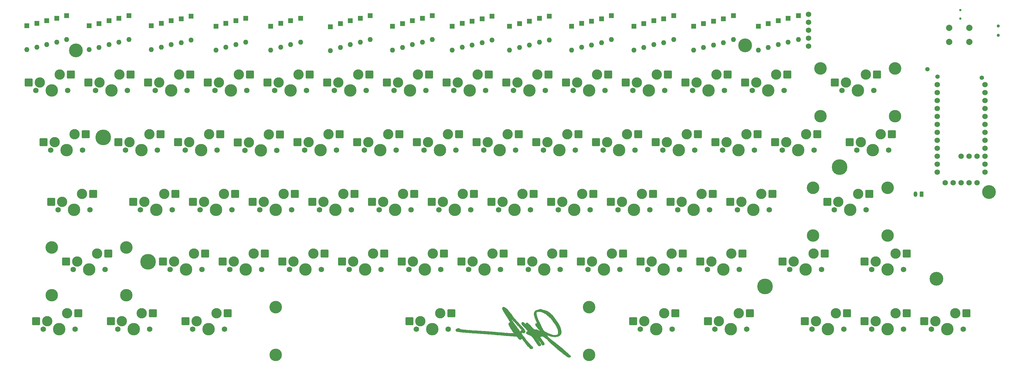
<source format=gbs>
G04 #@! TF.GenerationSoftware,KiCad,Pcbnew,(6.0.10)*
G04 #@! TF.CreationDate,2023-09-30T09:28:11-05:00*
G04 #@! TF.ProjectId,RunTypeV3,52756e54-7970-4655-9633-2e6b69636164,rev?*
G04 #@! TF.SameCoordinates,Original*
G04 #@! TF.FileFunction,Soldermask,Bot*
G04 #@! TF.FilePolarity,Negative*
%FSLAX46Y46*%
G04 Gerber Fmt 4.6, Leading zero omitted, Abs format (unit mm)*
G04 Created by KiCad (PCBNEW (6.0.10)) date 2023-09-30 09:28:11*
%MOMM*%
%LPD*%
G01*
G04 APERTURE LIST*
G04 Aperture macros list*
%AMRoundRect*
0 Rectangle with rounded corners*
0 $1 Rounding radius*
0 $2 $3 $4 $5 $6 $7 $8 $9 X,Y pos of 4 corners*
0 Add a 4 corners polygon primitive as box body*
4,1,4,$2,$3,$4,$5,$6,$7,$8,$9,$2,$3,0*
0 Add four circle primitives for the rounded corners*
1,1,$1+$1,$2,$3*
1,1,$1+$1,$4,$5*
1,1,$1+$1,$6,$7*
1,1,$1+$1,$8,$9*
0 Add four rect primitives between the rounded corners*
20,1,$1+$1,$2,$3,$4,$5,0*
20,1,$1+$1,$4,$5,$6,$7,0*
20,1,$1+$1,$6,$7,$8,$9,0*
20,1,$1+$1,$8,$9,$2,$3,0*%
G04 Aperture macros list end*
%ADD10C,0.000000*%
%ADD11R,1.600000X1.600000*%
%ADD12O,1.600000X1.600000*%
%ADD13C,1.397000*%
%ADD14C,0.750000*%
%ADD15C,0.700000*%
%ADD16C,4.400000*%
%ADD17C,1.752600*%
%ADD18C,1.000000*%
%ADD19C,4.000000*%
%ADD20C,3.987800*%
%ADD21C,5.000000*%
%ADD22C,2.000000*%
%ADD23C,1.750000*%
%ADD24RoundRect,0.250000X1.025000X1.000000X-1.025000X1.000000X-1.025000X-1.000000X1.025000X-1.000000X0*%
%ADD25C,3.300000*%
%ADD26RoundRect,0.250000X0.350000X0.625000X-0.350000X0.625000X-0.350000X-0.625000X0.350000X-0.625000X0*%
%ADD27O,1.200000X1.750000*%
G04 APERTURE END LIST*
D10*
G36*
X181588012Y-119459694D02*
G01*
X181598841Y-119472608D01*
X181609158Y-119485367D01*
X181628072Y-119510047D01*
X181644381Y-119532992D01*
X181657714Y-119553455D01*
X181663148Y-119562525D01*
X181667698Y-119570695D01*
X181671318Y-119577872D01*
X181673961Y-119583965D01*
X181675581Y-119588879D01*
X181676131Y-119592523D01*
X181676347Y-119594256D01*
X181676985Y-119596471D01*
X181679490Y-119602279D01*
X181683561Y-119609824D01*
X181689112Y-119618981D01*
X181696059Y-119629627D01*
X181704315Y-119641636D01*
X181713797Y-119654886D01*
X181724417Y-119669252D01*
X181736092Y-119684611D01*
X181748736Y-119700837D01*
X181776589Y-119735398D01*
X181791629Y-119753485D01*
X181807296Y-119771944D01*
X181823505Y-119790651D01*
X181840172Y-119809482D01*
X181875922Y-119851112D01*
X181914834Y-119899440D01*
X181955607Y-119952729D01*
X181996938Y-120009242D01*
X182037525Y-120067244D01*
X182076065Y-120124997D01*
X182111257Y-120180767D01*
X182141798Y-120232815D01*
X182169693Y-120281515D01*
X182197278Y-120327734D01*
X182223746Y-120370481D01*
X182248292Y-120408763D01*
X182270110Y-120441587D01*
X182288393Y-120467963D01*
X182302335Y-120486897D01*
X182311131Y-120497398D01*
X182314290Y-120500739D01*
X182317797Y-120504777D01*
X182321630Y-120509467D01*
X182325766Y-120514761D01*
X182334850Y-120526978D01*
X182344865Y-120541054D01*
X182355624Y-120556619D01*
X182366941Y-120573300D01*
X182390506Y-120608523D01*
X182405172Y-120632791D01*
X182428457Y-120668716D01*
X182495678Y-120768596D01*
X182676256Y-121031858D01*
X182739415Y-121124255D01*
X182766448Y-121165756D01*
X182790605Y-121204498D01*
X182812003Y-121240759D01*
X182830758Y-121274819D01*
X182846986Y-121306956D01*
X182860803Y-121337451D01*
X182872325Y-121366581D01*
X182881670Y-121394625D01*
X182888952Y-121421864D01*
X182894289Y-121448575D01*
X182897797Y-121475039D01*
X182899591Y-121501533D01*
X182899789Y-121528338D01*
X182898506Y-121555731D01*
X182897271Y-121574624D01*
X182895571Y-121593517D01*
X182893436Y-121612286D01*
X182890899Y-121630807D01*
X182887990Y-121648956D01*
X182884739Y-121666609D01*
X182881179Y-121683641D01*
X182877339Y-121699929D01*
X182873252Y-121715350D01*
X182868947Y-121729778D01*
X182864456Y-121743090D01*
X182859811Y-121755161D01*
X182855041Y-121765869D01*
X182850178Y-121775088D01*
X182845253Y-121782694D01*
X182840298Y-121788565D01*
X182825049Y-121801169D01*
X182803638Y-121814982D01*
X182776848Y-121829725D01*
X182745461Y-121845120D01*
X182710260Y-121860886D01*
X182672029Y-121876746D01*
X182631549Y-121892419D01*
X182589605Y-121907628D01*
X182546978Y-121922092D01*
X182504452Y-121935533D01*
X182462810Y-121947672D01*
X182422835Y-121958230D01*
X182385308Y-121966927D01*
X182351015Y-121973485D01*
X182320736Y-121977624D01*
X182295256Y-121979066D01*
X182284656Y-121978635D01*
X182273712Y-121977358D01*
X182262449Y-121975255D01*
X182250896Y-121972348D01*
X182239080Y-121968658D01*
X182227027Y-121964206D01*
X182214765Y-121959014D01*
X182202320Y-121953103D01*
X182176994Y-121939210D01*
X182151264Y-121922697D01*
X182125348Y-121903734D01*
X182099464Y-121882492D01*
X182073827Y-121859142D01*
X182048656Y-121833854D01*
X182024166Y-121806799D01*
X182000576Y-121778146D01*
X181978102Y-121748068D01*
X181956961Y-121716734D01*
X181937370Y-121684315D01*
X181919547Y-121650981D01*
X181881452Y-121581714D01*
X181842984Y-121513563D01*
X181804764Y-121447645D01*
X181767412Y-121385075D01*
X181731549Y-121326970D01*
X181697794Y-121274446D01*
X181666767Y-121228619D01*
X181639089Y-121190607D01*
X181321590Y-120761982D01*
X181221957Y-120625969D01*
X181135719Y-120511289D01*
X181072302Y-120429351D01*
X181052097Y-120404226D01*
X181041131Y-120391565D01*
X181032098Y-120381798D01*
X181017483Y-120365024D01*
X180998156Y-120342173D01*
X180974985Y-120314174D01*
X180948836Y-120281959D01*
X180920580Y-120246457D01*
X180891083Y-120208599D01*
X180861214Y-120169314D01*
X180845353Y-120148925D01*
X180829578Y-120129482D01*
X180813973Y-120111062D01*
X180798624Y-120093743D01*
X180783616Y-120077602D01*
X180769034Y-120062716D01*
X180754964Y-120049164D01*
X180741490Y-120037023D01*
X180728699Y-120026370D01*
X180716675Y-120017283D01*
X180705504Y-120009839D01*
X180695271Y-120004116D01*
X180686061Y-120000191D01*
X180681866Y-119998927D01*
X180677959Y-119998142D01*
X180674351Y-119997845D01*
X180671051Y-119998046D01*
X180668072Y-119998755D01*
X180665422Y-119999982D01*
X180663004Y-120001347D01*
X180660709Y-120002469D01*
X180658539Y-120003352D01*
X180656493Y-120004002D01*
X180654570Y-120004423D01*
X180652772Y-120004621D01*
X180651098Y-120004599D01*
X180649547Y-120004364D01*
X180648121Y-120003919D01*
X180646819Y-120003270D01*
X180645641Y-120002421D01*
X180644586Y-120001377D01*
X180643656Y-120000143D01*
X180642850Y-119998725D01*
X180642168Y-119997126D01*
X180641610Y-119995351D01*
X180641176Y-119993407D01*
X180640866Y-119991296D01*
X180640680Y-119989025D01*
X180640618Y-119986597D01*
X180640680Y-119984019D01*
X180640866Y-119981294D01*
X180641176Y-119978428D01*
X180641610Y-119975425D01*
X180642168Y-119972290D01*
X180642850Y-119969029D01*
X180643656Y-119965645D01*
X180644586Y-119962144D01*
X180645641Y-119958531D01*
X180646819Y-119954810D01*
X180648121Y-119950987D01*
X180649547Y-119947065D01*
X180651408Y-119941701D01*
X180653022Y-119936522D01*
X180654393Y-119931527D01*
X180655521Y-119926715D01*
X180656409Y-119922085D01*
X180657058Y-119917637D01*
X180657472Y-119913369D01*
X180657650Y-119909280D01*
X180657596Y-119905369D01*
X180657312Y-119901635D01*
X180656798Y-119898078D01*
X180656059Y-119894696D01*
X180655094Y-119891489D01*
X180653906Y-119888455D01*
X180652498Y-119885594D01*
X180650870Y-119882904D01*
X180649026Y-119880384D01*
X180646966Y-119878035D01*
X180644693Y-119875853D01*
X180642209Y-119873840D01*
X180639516Y-119871993D01*
X180636615Y-119870311D01*
X180633509Y-119868795D01*
X180630200Y-119867442D01*
X180626689Y-119866252D01*
X180622978Y-119865224D01*
X180619070Y-119864356D01*
X180614965Y-119863649D01*
X180610668Y-119863100D01*
X180606178Y-119862710D01*
X180596631Y-119862398D01*
X180583542Y-119862657D01*
X180577596Y-119862991D01*
X180572043Y-119863473D01*
X180566882Y-119864110D01*
X180562110Y-119864910D01*
X180557723Y-119865880D01*
X180553719Y-119867029D01*
X180550094Y-119868363D01*
X180546847Y-119869891D01*
X180543974Y-119871621D01*
X180541471Y-119873560D01*
X180539337Y-119875717D01*
X180537569Y-119878098D01*
X180536162Y-119880711D01*
X180535115Y-119883565D01*
X180534425Y-119886667D01*
X180534088Y-119890024D01*
X180534102Y-119893646D01*
X180534464Y-119897538D01*
X180535171Y-119901710D01*
X180536220Y-119906168D01*
X180537608Y-119910921D01*
X180539332Y-119915976D01*
X180541390Y-119921342D01*
X180543778Y-119927025D01*
X180549533Y-119939376D01*
X180556576Y-119953091D01*
X180564881Y-119968232D01*
X180571134Y-119979013D01*
X180577945Y-119989492D01*
X180585252Y-119999614D01*
X180592993Y-120009325D01*
X180601106Y-120018571D01*
X180609529Y-120027298D01*
X180618201Y-120035451D01*
X180627058Y-120042977D01*
X180636039Y-120049820D01*
X180645083Y-120055927D01*
X180654126Y-120061243D01*
X180663107Y-120065714D01*
X180671965Y-120069286D01*
X180676328Y-120070718D01*
X180680636Y-120071905D01*
X180684883Y-120072840D01*
X180689060Y-120073516D01*
X180693159Y-120073927D01*
X180697173Y-120074065D01*
X180701125Y-120074203D01*
X180705041Y-120074614D01*
X180708913Y-120075290D01*
X180712738Y-120076225D01*
X180716508Y-120077412D01*
X180720218Y-120078844D01*
X180723862Y-120080514D01*
X180727434Y-120082416D01*
X180730929Y-120084542D01*
X180734341Y-120086887D01*
X180737663Y-120089443D01*
X180740891Y-120092203D01*
X180744018Y-120095161D01*
X180747038Y-120098310D01*
X180749946Y-120101643D01*
X180752735Y-120105153D01*
X180755401Y-120108834D01*
X180757936Y-120112679D01*
X180760337Y-120116680D01*
X180762595Y-120120832D01*
X180764706Y-120125127D01*
X180766665Y-120129559D01*
X180768464Y-120134121D01*
X180770099Y-120138805D01*
X180771563Y-120143606D01*
X180772850Y-120148517D01*
X180773956Y-120153530D01*
X180774874Y-120158639D01*
X180775597Y-120163837D01*
X180776122Y-120169118D01*
X180776440Y-120174474D01*
X180776548Y-120179899D01*
X180776854Y-120190680D01*
X180777757Y-120201158D01*
X180779234Y-120211280D01*
X180781261Y-120220992D01*
X180783815Y-120230238D01*
X180786873Y-120238965D01*
X180790411Y-120247118D01*
X180794407Y-120254643D01*
X180798837Y-120261486D01*
X180803678Y-120267593D01*
X180808906Y-120272909D01*
X180811658Y-120275254D01*
X180814499Y-120277381D01*
X180817424Y-120279282D01*
X180820433Y-120280953D01*
X180823520Y-120282385D01*
X180826684Y-120283571D01*
X180829922Y-120284506D01*
X180833230Y-120285182D01*
X180836607Y-120285593D01*
X180840048Y-120285731D01*
X180842962Y-120285777D01*
X180845752Y-120285914D01*
X180848415Y-120286137D01*
X180850952Y-120286445D01*
X180853360Y-120286834D01*
X180855640Y-120287301D01*
X180857790Y-120287844D01*
X180859809Y-120288460D01*
X180861696Y-120289145D01*
X180863451Y-120289898D01*
X180865072Y-120290714D01*
X180866558Y-120291591D01*
X180867908Y-120292527D01*
X180869122Y-120293518D01*
X180870199Y-120294561D01*
X180871136Y-120295653D01*
X180871934Y-120296792D01*
X180872592Y-120297975D01*
X180873108Y-120299198D01*
X180873482Y-120300459D01*
X180873713Y-120301755D01*
X180873799Y-120303083D01*
X180873739Y-120304440D01*
X180873534Y-120305823D01*
X180873181Y-120307229D01*
X180872680Y-120308656D01*
X180872029Y-120310101D01*
X180871229Y-120311559D01*
X180870277Y-120313030D01*
X180869173Y-120314509D01*
X180867916Y-120315994D01*
X180866505Y-120317482D01*
X180865187Y-120319589D01*
X180864204Y-120321935D01*
X180863553Y-120324512D01*
X180863229Y-120327311D01*
X180863226Y-120330323D01*
X180863540Y-120333539D01*
X180864166Y-120336951D01*
X180865100Y-120340550D01*
X180866335Y-120344328D01*
X180867868Y-120348275D01*
X180869694Y-120352383D01*
X180871807Y-120356642D01*
X180874204Y-120361046D01*
X180876878Y-120365584D01*
X180883042Y-120375029D01*
X180890260Y-120384908D01*
X180898493Y-120395151D01*
X180907703Y-120405689D01*
X180917851Y-120416452D01*
X180928899Y-120427370D01*
X180940806Y-120438373D01*
X180953535Y-120449391D01*
X180967047Y-120460356D01*
X180980619Y-120470630D01*
X180993516Y-120481533D01*
X181005685Y-120492947D01*
X181017070Y-120504757D01*
X181027619Y-120516845D01*
X181037276Y-120529096D01*
X181045987Y-120541394D01*
X181053698Y-120553622D01*
X181060355Y-120565664D01*
X181065904Y-120577404D01*
X181070290Y-120588725D01*
X181073459Y-120599511D01*
X181074570Y-120604667D01*
X181075357Y-120609646D01*
X181075812Y-120614433D01*
X181075929Y-120619014D01*
X181075701Y-120623374D01*
X181075122Y-120627498D01*
X181074184Y-120631372D01*
X181072880Y-120634982D01*
X181070150Y-120642728D01*
X181067909Y-120650072D01*
X181066148Y-120656981D01*
X181064860Y-120663425D01*
X181064038Y-120669372D01*
X181063672Y-120674793D01*
X181063756Y-120679656D01*
X181064282Y-120683929D01*
X181064708Y-120685836D01*
X181065242Y-120687583D01*
X181065882Y-120689167D01*
X181066628Y-120690585D01*
X181067479Y-120691833D01*
X181068433Y-120692906D01*
X181069490Y-120693800D01*
X181070649Y-120694513D01*
X181071908Y-120695039D01*
X181073268Y-120695376D01*
X181074726Y-120695519D01*
X181076282Y-120695464D01*
X181077934Y-120695207D01*
X181079683Y-120694746D01*
X181081527Y-120694075D01*
X181083465Y-120693190D01*
X181085449Y-120692741D01*
X181087429Y-120692383D01*
X181089405Y-120692116D01*
X181091371Y-120691940D01*
X181093326Y-120691852D01*
X181095266Y-120691853D01*
X181097189Y-120691941D01*
X181099091Y-120692115D01*
X181100970Y-120692375D01*
X181102824Y-120692718D01*
X181104648Y-120693146D01*
X181106440Y-120693655D01*
X181108197Y-120694246D01*
X181109916Y-120694917D01*
X181111595Y-120695668D01*
X181113230Y-120696497D01*
X181114818Y-120697404D01*
X181116358Y-120698387D01*
X181117844Y-120699446D01*
X181119276Y-120700579D01*
X181120649Y-120701786D01*
X181121962Y-120703066D01*
X181123210Y-120704418D01*
X181124392Y-120705840D01*
X181125504Y-120707332D01*
X181126543Y-120708893D01*
X181127507Y-120710521D01*
X181128392Y-120712217D01*
X181129196Y-120713978D01*
X181129915Y-120715804D01*
X181130547Y-120717695D01*
X181131089Y-120719648D01*
X181133499Y-120724972D01*
X181136722Y-120730986D01*
X181140705Y-120737635D01*
X181145393Y-120744866D01*
X181150733Y-120752624D01*
X181156669Y-120760855D01*
X181170115Y-120778518D01*
X181185298Y-120797421D01*
X181201782Y-120817130D01*
X181219135Y-120837212D01*
X181236922Y-120857231D01*
X181303668Y-120929434D01*
X181333544Y-120963155D01*
X181361111Y-120995311D01*
X181386384Y-121025916D01*
X181409377Y-121054987D01*
X181430107Y-121082538D01*
X181448589Y-121108586D01*
X181464839Y-121133145D01*
X181478872Y-121156231D01*
X181490703Y-121177861D01*
X181500349Y-121198048D01*
X181507824Y-121216809D01*
X181513144Y-121234160D01*
X181516324Y-121250115D01*
X181517381Y-121264690D01*
X181517566Y-121272558D01*
X181518115Y-121280255D01*
X181519021Y-121287735D01*
X181520275Y-121294951D01*
X181521871Y-121301858D01*
X181523799Y-121308408D01*
X181526054Y-121314555D01*
X181528626Y-121320252D01*
X181531508Y-121325454D01*
X181534693Y-121330112D01*
X181538172Y-121334182D01*
X181540019Y-121335981D01*
X181541938Y-121337616D01*
X181543926Y-121339080D01*
X181545983Y-121340367D01*
X181548107Y-121341473D01*
X181550299Y-121342391D01*
X181552556Y-121343114D01*
X181554879Y-121343639D01*
X181557265Y-121343957D01*
X181559714Y-121344065D01*
X181565924Y-121345011D01*
X181572619Y-121347791D01*
X181579758Y-121352314D01*
X181587299Y-121358493D01*
X181595200Y-121366237D01*
X181603421Y-121375458D01*
X181620651Y-121397974D01*
X181638656Y-121425326D01*
X181657103Y-121456802D01*
X181675659Y-121491689D01*
X181693990Y-121529273D01*
X181711763Y-121568842D01*
X181728644Y-121609681D01*
X181744301Y-121651079D01*
X181758400Y-121692322D01*
X181770607Y-121732697D01*
X181780590Y-121771491D01*
X181788014Y-121807990D01*
X181792548Y-121841481D01*
X181793913Y-121861557D01*
X181794045Y-121881102D01*
X181792950Y-121900111D01*
X181790635Y-121918582D01*
X181787108Y-121936511D01*
X181782373Y-121953893D01*
X181776440Y-121970725D01*
X181769313Y-121987002D01*
X181761001Y-122002721D01*
X181751510Y-122017879D01*
X181740846Y-122032470D01*
X181729016Y-122046492D01*
X181716028Y-122059940D01*
X181701887Y-122072811D01*
X181686602Y-122085100D01*
X181670177Y-122096804D01*
X181652621Y-122107919D01*
X181633941Y-122118441D01*
X181614142Y-122128366D01*
X181593231Y-122137690D01*
X181571216Y-122146410D01*
X181548103Y-122154521D01*
X181523900Y-122162020D01*
X181498612Y-122168903D01*
X181472246Y-122175165D01*
X181444810Y-122180804D01*
X181416310Y-122185815D01*
X181386753Y-122190194D01*
X181356145Y-122193937D01*
X181324494Y-122197041D01*
X181291807Y-122199501D01*
X181258089Y-122201314D01*
X181213751Y-122202971D01*
X181173753Y-122203898D01*
X181137724Y-122203989D01*
X181105292Y-122203134D01*
X181076084Y-122201224D01*
X181049729Y-122198152D01*
X181025855Y-122193809D01*
X181004089Y-122188086D01*
X180984059Y-122180874D01*
X180965394Y-122172066D01*
X180947720Y-122161553D01*
X180930667Y-122149225D01*
X180913862Y-122134975D01*
X180896933Y-122118695D01*
X180879507Y-122100275D01*
X180861214Y-122079607D01*
X180707756Y-121890429D01*
X180655831Y-121825482D01*
X180617798Y-121776659D01*
X180591670Y-121741229D01*
X180575465Y-121716466D01*
X180570462Y-121707231D01*
X180567197Y-121699640D01*
X180565419Y-121693351D01*
X180564881Y-121688023D01*
X180563172Y-121682549D01*
X180558153Y-121672262D01*
X180538836Y-121638331D01*
X180508233Y-121588401D01*
X180467647Y-121524642D01*
X180418378Y-121449226D01*
X180361730Y-121364322D01*
X180299006Y-121272100D01*
X180231506Y-121174731D01*
X179958324Y-120767935D01*
X179760548Y-120476232D01*
X179730421Y-120430757D01*
X179700107Y-120386273D01*
X179670414Y-120343775D01*
X179642147Y-120304252D01*
X179616112Y-120268699D01*
X179593116Y-120238106D01*
X179573964Y-120213467D01*
X179559464Y-120195773D01*
X179549594Y-120181459D01*
X179540034Y-120166586D01*
X179531094Y-120151590D01*
X179526953Y-120144181D01*
X179523084Y-120136903D01*
X179519525Y-120129812D01*
X179516315Y-120122961D01*
X179513492Y-120116404D01*
X179511095Y-120110196D01*
X179509164Y-120104392D01*
X179507736Y-120099045D01*
X179506851Y-120094209D01*
X179506548Y-120089939D01*
X179504823Y-120085000D01*
X179501680Y-120078209D01*
X179497188Y-120069696D01*
X179491417Y-120059595D01*
X179484437Y-120048036D01*
X179476317Y-120035152D01*
X179456938Y-120005934D01*
X179433839Y-119972996D01*
X179421068Y-119955461D01*
X179407577Y-119937391D01*
X179393434Y-119918918D01*
X179378710Y-119900174D01*
X179363475Y-119881290D01*
X179347798Y-119862398D01*
X179315148Y-119824851D01*
X179285042Y-119788233D01*
X179258036Y-119753475D01*
X179234688Y-119721508D01*
X179215558Y-119693262D01*
X179207748Y-119680825D01*
X179201202Y-119669666D01*
X179195989Y-119659903D01*
X179192179Y-119651652D01*
X179189842Y-119645028D01*
X179189048Y-119640148D01*
X179188600Y-119634306D01*
X179187265Y-119627703D01*
X179185054Y-119620355D01*
X179181978Y-119612274D01*
X179173281Y-119593977D01*
X179161266Y-119572928D01*
X179146027Y-119549243D01*
X179127656Y-119523039D01*
X179106246Y-119494433D01*
X179081891Y-119463539D01*
X179054684Y-119430475D01*
X179024716Y-119395357D01*
X178992083Y-119358301D01*
X178956876Y-119319424D01*
X178919188Y-119278841D01*
X178879113Y-119236669D01*
X178836743Y-119193025D01*
X178792172Y-119148024D01*
X178769096Y-119126422D01*
X180053214Y-119126422D01*
X180053357Y-119128507D01*
X180053782Y-119130942D01*
X180054483Y-119133719D01*
X180055455Y-119136830D01*
X180056693Y-119140266D01*
X180059950Y-119148075D01*
X180064215Y-119157078D01*
X180069448Y-119167206D01*
X180075612Y-119178387D01*
X180082667Y-119190553D01*
X180090575Y-119203634D01*
X180099297Y-119217559D01*
X180108794Y-119232260D01*
X180119027Y-119247666D01*
X180129958Y-119263708D01*
X180141547Y-119280315D01*
X180165256Y-119311445D01*
X180188345Y-119340838D01*
X180210194Y-119367751D01*
X180230183Y-119391440D01*
X180247691Y-119411160D01*
X180262098Y-119426167D01*
X180267945Y-119431670D01*
X180272785Y-119435717D01*
X180276539Y-119438213D01*
X180279131Y-119439065D01*
X180280465Y-119438850D01*
X180281493Y-119438213D01*
X180282222Y-119437164D01*
X180282655Y-119435717D01*
X180282797Y-119433882D01*
X180282654Y-119431670D01*
X180282229Y-119429095D01*
X180281529Y-119426167D01*
X180280557Y-119422898D01*
X180279318Y-119419299D01*
X180276061Y-119411160D01*
X180271797Y-119401843D01*
X180266563Y-119391440D01*
X180260400Y-119380045D01*
X180253345Y-119367751D01*
X180245437Y-119354651D01*
X180236715Y-119340838D01*
X180227219Y-119326405D01*
X180216985Y-119311445D01*
X180206055Y-119296051D01*
X180194465Y-119280315D01*
X180170756Y-119247666D01*
X180147667Y-119217559D01*
X180125818Y-119190553D01*
X180105829Y-119167206D01*
X180088321Y-119148075D01*
X180073913Y-119133719D01*
X180068066Y-119128507D01*
X180063226Y-119124697D01*
X180059472Y-119122360D01*
X180056881Y-119121565D01*
X180055546Y-119121765D01*
X180054518Y-119122360D01*
X180053789Y-119123340D01*
X180053356Y-119124697D01*
X180053214Y-119126422D01*
X178769096Y-119126422D01*
X178766014Y-119123537D01*
X178739173Y-119099717D01*
X178711712Y-119076609D01*
X178683693Y-119054262D01*
X178655178Y-119032721D01*
X178626229Y-119012032D01*
X178596908Y-118992242D01*
X178567276Y-118973398D01*
X178537397Y-118955547D01*
X178507332Y-118938734D01*
X178477142Y-118923006D01*
X178446891Y-118908410D01*
X178416639Y-118894992D01*
X178386450Y-118882799D01*
X178356385Y-118871877D01*
X178326505Y-118862273D01*
X178265155Y-118842879D01*
X178193387Y-118817005D01*
X178025542Y-118749164D01*
X177836861Y-118665448D01*
X177641235Y-118572555D01*
X177452554Y-118477181D01*
X177284709Y-118386023D01*
X177212940Y-118344119D01*
X177151590Y-118305780D01*
X177102394Y-118271844D01*
X177067089Y-118243148D01*
X177049659Y-118225629D01*
X177034066Y-118206865D01*
X177020285Y-118186944D01*
X177008291Y-118165954D01*
X176998061Y-118143984D01*
X176989570Y-118121121D01*
X176982794Y-118097454D01*
X176977709Y-118073071D01*
X176974290Y-118048060D01*
X176972514Y-118022509D01*
X176972356Y-117996507D01*
X176973792Y-117970142D01*
X176976797Y-117943501D01*
X176981348Y-117916673D01*
X176987421Y-117889747D01*
X176994990Y-117862810D01*
X177004032Y-117835950D01*
X177014522Y-117809256D01*
X177026437Y-117782816D01*
X177039752Y-117756718D01*
X177054443Y-117731050D01*
X177070485Y-117705901D01*
X177087855Y-117681358D01*
X177106529Y-117657510D01*
X177126481Y-117634444D01*
X177147688Y-117612250D01*
X177170125Y-117591015D01*
X177193769Y-117570828D01*
X177218594Y-117551776D01*
X177244578Y-117533947D01*
X177271695Y-117517431D01*
X177299922Y-117502315D01*
X177366151Y-117467175D01*
X177424938Y-117435508D01*
X177449215Y-117422061D01*
X177468842Y-117410786D01*
X177482888Y-117402114D01*
X177487527Y-117398891D01*
X177490423Y-117396482D01*
X177493075Y-117391801D01*
X177493099Y-117384711D01*
X177490504Y-117375220D01*
X177485296Y-117363336D01*
X177477484Y-117349069D01*
X177467075Y-117332427D01*
X177438498Y-117292054D01*
X177399627Y-117242286D01*
X177350524Y-117183192D01*
X177291251Y-117114844D01*
X177221870Y-117037310D01*
X177142444Y-116950660D01*
X177053033Y-116854964D01*
X176953701Y-116750292D01*
X176844509Y-116636714D01*
X176596793Y-116383117D01*
X176310381Y-116094732D01*
X176012229Y-115790657D01*
X175891151Y-115664072D01*
X175787498Y-115552253D01*
X175700341Y-115453550D01*
X175628748Y-115366311D01*
X175571790Y-115288885D01*
X175528537Y-115219622D01*
X175511759Y-115187536D01*
X175498058Y-115156870D01*
X175487319Y-115127420D01*
X175479424Y-115098978D01*
X175474258Y-115071339D01*
X175471703Y-115044296D01*
X175471645Y-115017642D01*
X175473967Y-114991171D01*
X175478552Y-114964677D01*
X175485284Y-114937953D01*
X175504725Y-114882991D01*
X175531359Y-114824634D01*
X175564256Y-114761231D01*
X175575710Y-114742276D01*
X175588172Y-114723197D01*
X175601533Y-114704118D01*
X175615685Y-114685164D01*
X175630518Y-114666457D01*
X175645926Y-114648122D01*
X175661798Y-114630283D01*
X175678027Y-114613065D01*
X175694504Y-114596590D01*
X175711121Y-114580984D01*
X175727768Y-114566370D01*
X175744338Y-114552872D01*
X175760722Y-114540614D01*
X175776812Y-114529721D01*
X175792498Y-114520316D01*
X175807673Y-114512523D01*
X175830670Y-114504283D01*
X175852249Y-114497454D01*
X175872727Y-114492083D01*
X175892422Y-114488215D01*
X175902076Y-114486859D01*
X175911652Y-114485897D01*
X175921192Y-114485334D01*
X175930735Y-114485176D01*
X175940321Y-114485429D01*
X175949988Y-114486098D01*
X175959778Y-114487190D01*
X175969730Y-114488711D01*
X175979883Y-114490665D01*
X175990278Y-114493059D01*
X176011950Y-114499191D01*
X176035063Y-114507151D01*
X176059936Y-114516988D01*
X176086887Y-114528747D01*
X176116232Y-114542475D01*
X176148291Y-114558218D01*
X176183380Y-114576023D01*
X176207901Y-114589822D01*
X176233693Y-114605303D01*
X176260539Y-114622288D01*
X176288222Y-114640598D01*
X176345231Y-114680482D01*
X176402985Y-114723528D01*
X176459746Y-114768311D01*
X176513778Y-114813404D01*
X176563346Y-114857381D01*
X176606713Y-114898815D01*
X176802506Y-115099898D01*
X176897755Y-114941148D01*
X176907041Y-114924541D01*
X176916979Y-114908499D01*
X176927474Y-114893093D01*
X176938435Y-114878393D01*
X176949768Y-114864467D01*
X176961380Y-114851386D01*
X176973177Y-114839220D01*
X176985068Y-114828039D01*
X176996959Y-114817912D01*
X177008757Y-114808908D01*
X177020368Y-114801099D01*
X177031701Y-114794552D01*
X177042661Y-114789340D01*
X177053157Y-114785530D01*
X177058201Y-114784173D01*
X177063094Y-114783193D01*
X177067825Y-114782598D01*
X177072380Y-114782398D01*
X177081485Y-114782093D01*
X177090891Y-114781199D01*
X177100530Y-114779747D01*
X177110332Y-114777768D01*
X177120227Y-114775293D01*
X177130145Y-114772352D01*
X177140016Y-114768978D01*
X177149771Y-114765200D01*
X177159341Y-114761051D01*
X177168654Y-114756560D01*
X177177642Y-114751759D01*
X177186234Y-114746679D01*
X177194362Y-114741351D01*
X177201954Y-114735806D01*
X177208942Y-114730076D01*
X177215255Y-114724189D01*
X177229126Y-114711966D01*
X177244057Y-114702177D01*
X177260209Y-114694963D01*
X177277742Y-114690466D01*
X177296819Y-114688824D01*
X177317598Y-114690180D01*
X177340242Y-114694673D01*
X177364910Y-114702444D01*
X177391765Y-114713634D01*
X177420966Y-114728382D01*
X177452675Y-114746830D01*
X177487053Y-114769117D01*
X177524260Y-114795385D01*
X177564456Y-114825774D01*
X177607804Y-114860424D01*
X177654464Y-114899476D01*
X177704596Y-114943071D01*
X177758362Y-114991348D01*
X177815922Y-115044449D01*
X177877437Y-115102513D01*
X178012977Y-115234096D01*
X178166267Y-115387219D01*
X178338595Y-115563008D01*
X178531247Y-115762586D01*
X178745511Y-115987078D01*
X178982672Y-116237607D01*
X179085884Y-116345376D01*
X179181554Y-116442690D01*
X179270201Y-116529879D01*
X179352345Y-116607279D01*
X179428504Y-116675222D01*
X179499199Y-116734041D01*
X179564948Y-116784070D01*
X179626271Y-116825643D01*
X179683688Y-116859092D01*
X179737717Y-116884750D01*
X179788878Y-116902952D01*
X179837690Y-116914030D01*
X179861378Y-116917002D01*
X179884673Y-116918318D01*
X179930346Y-116916149D01*
X179975228Y-116907856D01*
X180019839Y-116893773D01*
X180058837Y-116880513D01*
X180098656Y-116870539D01*
X180118976Y-116866804D01*
X180139623Y-116863914D01*
X180160638Y-116861877D01*
X180182062Y-116860700D01*
X180203936Y-116860391D01*
X180226300Y-116860958D01*
X180272661Y-116864752D01*
X180321472Y-116872141D01*
X180373058Y-116883190D01*
X180427745Y-116897959D01*
X180485857Y-116916511D01*
X180547722Y-116938907D01*
X180613664Y-116965211D01*
X180684008Y-116995483D01*
X180759081Y-117029786D01*
X180839208Y-117068181D01*
X180924715Y-117110732D01*
X181007004Y-117153251D01*
X181085945Y-117192918D01*
X181159677Y-117228864D01*
X181226340Y-117260221D01*
X181284072Y-117286121D01*
X181331015Y-117305696D01*
X181365308Y-117318078D01*
X181377129Y-117321300D01*
X181385090Y-117322398D01*
X181387262Y-117322091D01*
X181388823Y-117321179D01*
X181389784Y-117319678D01*
X181390154Y-117317603D01*
X181389942Y-117314970D01*
X181389159Y-117311794D01*
X181387814Y-117308092D01*
X181385916Y-117303877D01*
X181383476Y-117299167D01*
X181380503Y-117293976D01*
X181372997Y-117282215D01*
X181363476Y-117268717D01*
X181352016Y-117253607D01*
X181338697Y-117237008D01*
X181323594Y-117219045D01*
X181306786Y-117199842D01*
X181288351Y-117179523D01*
X181268365Y-117158212D01*
X181246906Y-117136032D01*
X181224053Y-117113109D01*
X181199881Y-117089565D01*
X181089035Y-116980559D01*
X180977879Y-116867398D01*
X180871064Y-116755353D01*
X180773241Y-116649695D01*
X180689060Y-116555695D01*
X180623172Y-116478625D01*
X180580229Y-116423755D01*
X180568815Y-116406293D01*
X180564881Y-116396357D01*
X180561572Y-116387192D01*
X180552045Y-116370167D01*
X180516760Y-116315824D01*
X180463864Y-116239901D01*
X180398194Y-116148971D01*
X180324586Y-116049608D01*
X180247877Y-115948384D01*
X180172905Y-115851873D01*
X180104506Y-115766648D01*
X180080275Y-115734882D01*
X180057253Y-115701288D01*
X180035534Y-115666143D01*
X180015209Y-115629726D01*
X179996373Y-115592318D01*
X179979119Y-115554196D01*
X179963538Y-115515640D01*
X179949725Y-115476929D01*
X179937772Y-115438343D01*
X179927773Y-115400159D01*
X179919820Y-115362658D01*
X179914006Y-115326117D01*
X179910425Y-115290817D01*
X179909169Y-115257036D01*
X179910332Y-115225054D01*
X179914006Y-115195149D01*
X179917083Y-115180767D01*
X179921324Y-115166413D01*
X179926684Y-115152115D01*
X179933116Y-115137901D01*
X179940575Y-115123800D01*
X179949015Y-115109840D01*
X179958392Y-115096048D01*
X179968659Y-115082452D01*
X179979771Y-115069082D01*
X179991682Y-115055964D01*
X180004347Y-115043128D01*
X180017720Y-115030600D01*
X180031756Y-115018410D01*
X180046410Y-115006585D01*
X180061635Y-114995153D01*
X180077386Y-114984143D01*
X180093617Y-114973583D01*
X180110284Y-114963500D01*
X180127340Y-114953923D01*
X180144741Y-114944880D01*
X180162439Y-114936398D01*
X180180391Y-114928507D01*
X180198550Y-114921234D01*
X180216871Y-114914608D01*
X180235308Y-114908655D01*
X180253815Y-114903405D01*
X180272348Y-114898886D01*
X180290861Y-114895126D01*
X180309308Y-114892152D01*
X180327643Y-114889993D01*
X180345821Y-114888677D01*
X180363797Y-114888232D01*
X180376948Y-114887976D01*
X180388633Y-114887178D01*
X180393934Y-114886560D01*
X180398877Y-114885790D01*
X180403465Y-114884861D01*
X180407702Y-114883767D01*
X180411589Y-114882502D01*
X180415131Y-114881062D01*
X180418330Y-114879439D01*
X180421189Y-114877628D01*
X180423711Y-114875623D01*
X180425898Y-114873419D01*
X180427754Y-114871009D01*
X180429282Y-114868388D01*
X180430484Y-114865550D01*
X180431363Y-114862489D01*
X180431923Y-114859199D01*
X180432165Y-114855675D01*
X180432094Y-114851911D01*
X180431712Y-114847901D01*
X180431021Y-114843638D01*
X180430026Y-114839118D01*
X180428728Y-114834335D01*
X180427131Y-114829282D01*
X180425237Y-114823953D01*
X180423049Y-114818344D01*
X180417805Y-114806260D01*
X180411422Y-114792982D01*
X180404984Y-114782414D01*
X180397625Y-114768714D01*
X180380416Y-114732789D01*
X180360356Y-114686942D01*
X180338001Y-114632909D01*
X180313909Y-114572427D01*
X180288639Y-114507231D01*
X180236798Y-114369648D01*
X180211094Y-114303895D01*
X180185948Y-114242483D01*
X180161919Y-114186776D01*
X180139563Y-114138138D01*
X180119441Y-114097934D01*
X180102108Y-114067527D01*
X180094663Y-114056425D01*
X180088125Y-114048283D01*
X180082563Y-114043273D01*
X180080170Y-114041996D01*
X180078048Y-114041565D01*
X180075598Y-114041458D01*
X180073212Y-114041139D01*
X180070890Y-114040615D01*
X180068632Y-114039891D01*
X180066441Y-114038973D01*
X180064316Y-114037868D01*
X180062259Y-114036580D01*
X180060271Y-114035116D01*
X180058353Y-114033481D01*
X180056505Y-114031682D01*
X180054729Y-114029724D01*
X180053026Y-114027612D01*
X180051397Y-114025354D01*
X180049842Y-114022954D01*
X180048362Y-114020418D01*
X180046959Y-114017753D01*
X180045634Y-114014963D01*
X180044387Y-114012055D01*
X180043220Y-114009035D01*
X180042133Y-114005908D01*
X180041127Y-114002681D01*
X180040204Y-113999358D01*
X180039364Y-113995947D01*
X180038609Y-113992452D01*
X180037938Y-113988879D01*
X180037354Y-113985235D01*
X180036857Y-113981525D01*
X180036448Y-113977755D01*
X180036129Y-113973931D01*
X180035899Y-113970058D01*
X180035761Y-113966142D01*
X180035715Y-113962190D01*
X180035470Y-113953834D01*
X180034753Y-113944703D01*
X180033587Y-113934889D01*
X180031994Y-113924487D01*
X180029998Y-113913588D01*
X180027622Y-113902287D01*
X180024890Y-113890675D01*
X180021824Y-113878846D01*
X180018448Y-113866893D01*
X180014785Y-113854910D01*
X180010859Y-113842988D01*
X180006693Y-113831221D01*
X180002309Y-113819703D01*
X179997732Y-113808525D01*
X179992984Y-113797781D01*
X179988089Y-113787565D01*
X179946117Y-113692759D01*
X179891433Y-113553987D01*
X179829680Y-113387310D01*
X179766500Y-113208789D01*
X179707537Y-113034484D01*
X179658435Y-112880457D01*
X179624835Y-112762770D01*
X179615612Y-112722572D01*
X179612381Y-112697482D01*
X179612076Y-112687202D01*
X179611182Y-112676264D01*
X179609730Y-112664751D01*
X179607750Y-112652751D01*
X179605275Y-112640347D01*
X179602335Y-112627626D01*
X179598960Y-112614672D01*
X179595183Y-112601570D01*
X179591033Y-112588407D01*
X179586543Y-112575267D01*
X179581742Y-112562235D01*
X179576662Y-112549398D01*
X179571334Y-112536839D01*
X179565789Y-112524644D01*
X179560058Y-112512900D01*
X179554172Y-112501690D01*
X179548287Y-112488652D01*
X179542556Y-112471552D01*
X179537011Y-112450669D01*
X179531683Y-112426283D01*
X179526603Y-112398672D01*
X179521803Y-112368116D01*
X179517312Y-112334893D01*
X179513162Y-112299283D01*
X179506010Y-112222016D01*
X179500595Y-112138548D01*
X179497163Y-112051112D01*
X179495964Y-111961939D01*
X179495324Y-111839570D01*
X179496127Y-111785671D01*
X179496164Y-111784577D01*
X180342843Y-111784577D01*
X180347923Y-111887195D01*
X180358708Y-111998184D01*
X180375167Y-112116917D01*
X180397268Y-112242766D01*
X180424982Y-112375103D01*
X180458278Y-112513300D01*
X180497123Y-112656730D01*
X180541487Y-112804763D01*
X180591339Y-112956773D01*
X180630530Y-113062193D01*
X180666745Y-113157195D01*
X180682806Y-113197534D01*
X180697007Y-113231361D01*
X180708975Y-113257375D01*
X180714006Y-113267045D01*
X180718339Y-113274273D01*
X180722791Y-113280875D01*
X180728157Y-113290624D01*
X180734361Y-113303318D01*
X180741325Y-113318756D01*
X180757220Y-113357059D01*
X180775224Y-113403919D01*
X180794717Y-113457725D01*
X180815078Y-113516863D01*
X180835686Y-113579722D01*
X180855923Y-113644690D01*
X180877844Y-113712541D01*
X180903300Y-113783679D01*
X180931360Y-113855933D01*
X180961094Y-113927133D01*
X180991573Y-113995108D01*
X181021866Y-114057688D01*
X181051043Y-114112703D01*
X181064922Y-114136695D01*
X181078173Y-114157982D01*
X181101634Y-114199498D01*
X181123979Y-114240085D01*
X181144587Y-114278811D01*
X181162839Y-114314747D01*
X181178115Y-114346962D01*
X181189794Y-114374526D01*
X181194091Y-114386274D01*
X181197256Y-114396510D01*
X181199212Y-114405118D01*
X181199881Y-114411981D01*
X181200066Y-114416936D01*
X181200615Y-114421852D01*
X181201520Y-114426690D01*
X181202775Y-114431412D01*
X181204370Y-114435979D01*
X181206299Y-114440352D01*
X181208554Y-114444493D01*
X181211126Y-114448362D01*
X181212529Y-114450183D01*
X181214008Y-114451921D01*
X181215563Y-114453572D01*
X181217193Y-114455132D01*
X181218896Y-114456594D01*
X181220672Y-114457954D01*
X181222520Y-114459208D01*
X181224438Y-114460351D01*
X181226426Y-114461377D01*
X181228483Y-114462282D01*
X181230608Y-114463061D01*
X181232799Y-114463710D01*
X181235057Y-114464223D01*
X181237379Y-114464595D01*
X181239766Y-114464822D01*
X181242215Y-114464898D01*
X181244276Y-114465129D01*
X181246486Y-114465812D01*
X181248839Y-114466935D01*
X181251330Y-114468485D01*
X181253953Y-114470450D01*
X181256702Y-114472817D01*
X181259571Y-114475573D01*
X181262554Y-114478706D01*
X181268841Y-114486053D01*
X181275514Y-114494757D01*
X181282529Y-114504716D01*
X181289839Y-114515831D01*
X181297397Y-114527999D01*
X181305156Y-114541121D01*
X181313070Y-114555096D01*
X181321093Y-114569822D01*
X181329178Y-114585200D01*
X181337278Y-114601128D01*
X181345347Y-114617505D01*
X181353339Y-114634231D01*
X181443876Y-114842260D01*
X181593449Y-115171336D01*
X181773779Y-115559942D01*
X181956589Y-115946565D01*
X181979358Y-115995503D01*
X181999832Y-116042394D01*
X182017702Y-116086185D01*
X182032657Y-116125820D01*
X182044388Y-116160247D01*
X182052583Y-116188411D01*
X182055259Y-116199814D01*
X182056934Y-116209257D01*
X182057571Y-116216606D01*
X182057130Y-116221731D01*
X182056711Y-116224181D01*
X182056443Y-116226567D01*
X182056322Y-116228889D01*
X182056345Y-116231147D01*
X182056507Y-116233338D01*
X182056805Y-116235463D01*
X182057234Y-116237520D01*
X182057792Y-116239508D01*
X182058473Y-116241427D01*
X182059275Y-116243274D01*
X182060193Y-116245050D01*
X182061223Y-116246753D01*
X182062362Y-116248383D01*
X182063606Y-116249938D01*
X182064950Y-116251417D01*
X182066391Y-116252820D01*
X182067925Y-116254146D01*
X182069548Y-116255393D01*
X182071257Y-116256560D01*
X182073047Y-116257647D01*
X182074914Y-116258653D01*
X182076856Y-116259576D01*
X182078866Y-116260416D01*
X182080943Y-116261171D01*
X182083082Y-116261842D01*
X182085279Y-116262426D01*
X182087530Y-116262923D01*
X182089832Y-116263331D01*
X182092180Y-116263651D01*
X182094571Y-116263881D01*
X182097000Y-116264019D01*
X182099464Y-116264065D01*
X182102410Y-116264204D01*
X182105291Y-116264614D01*
X182108106Y-116265290D01*
X182110854Y-116266225D01*
X182113531Y-116267412D01*
X182116137Y-116268844D01*
X182118670Y-116270514D01*
X182121127Y-116272416D01*
X182123506Y-116274543D01*
X182125806Y-116276887D01*
X182128025Y-116279443D01*
X182130160Y-116282204D01*
X182132210Y-116285162D01*
X182134172Y-116288310D01*
X182136046Y-116291643D01*
X182137829Y-116295154D01*
X182139518Y-116298834D01*
X182141113Y-116302679D01*
X182142610Y-116306681D01*
X182144009Y-116310832D01*
X182145307Y-116315127D01*
X182146502Y-116319559D01*
X182147593Y-116324121D01*
X182148577Y-116328805D01*
X182149453Y-116333606D01*
X182150218Y-116338517D01*
X182150871Y-116343530D01*
X182151409Y-116348639D01*
X182151831Y-116353837D01*
X182152135Y-116359117D01*
X182152319Y-116364474D01*
X182152381Y-116369899D01*
X182152519Y-116375400D01*
X182152930Y-116380986D01*
X182154541Y-116392367D01*
X182157159Y-116403966D01*
X182160732Y-116415704D01*
X182165203Y-116427504D01*
X182170519Y-116439289D01*
X182176626Y-116450981D01*
X182183469Y-116462502D01*
X182190995Y-116473775D01*
X182199148Y-116484723D01*
X182207875Y-116495268D01*
X182217121Y-116505332D01*
X182226832Y-116514838D01*
X182236955Y-116523708D01*
X182247433Y-116531865D01*
X182258215Y-116539232D01*
X182268995Y-116546535D01*
X182279474Y-116554497D01*
X182289596Y-116563032D01*
X182299307Y-116572056D01*
X182308554Y-116581483D01*
X182317280Y-116591228D01*
X182325434Y-116601206D01*
X182332959Y-116611330D01*
X182339802Y-116621517D01*
X182345909Y-116631681D01*
X182351225Y-116641736D01*
X182355696Y-116651597D01*
X182359268Y-116661179D01*
X182361887Y-116670397D01*
X182362822Y-116674842D01*
X182363498Y-116679165D01*
X182363909Y-116683354D01*
X182364047Y-116687398D01*
X182364291Y-116696442D01*
X182365008Y-116705671D01*
X182366175Y-116715024D01*
X182367768Y-116724440D01*
X182369764Y-116733855D01*
X182372140Y-116743209D01*
X182374872Y-116752438D01*
X182377938Y-116761481D01*
X182381314Y-116770277D01*
X182384976Y-116778762D01*
X182388902Y-116786875D01*
X182393069Y-116794555D01*
X182397452Y-116801738D01*
X182402030Y-116808363D01*
X182406777Y-116814367D01*
X182411672Y-116819690D01*
X182416689Y-116826066D01*
X182421791Y-116833240D01*
X182426939Y-116841142D01*
X182432095Y-116849704D01*
X182437220Y-116858854D01*
X182442275Y-116868524D01*
X182447222Y-116878643D01*
X182452021Y-116889143D01*
X182456635Y-116899952D01*
X182461023Y-116911002D01*
X182465149Y-116922222D01*
X182468971Y-116933543D01*
X182472453Y-116944895D01*
X182475555Y-116956209D01*
X182478238Y-116967413D01*
X182480464Y-116978440D01*
X182483460Y-116993313D01*
X182488432Y-117009119D01*
X182495312Y-117025799D01*
X182504028Y-117043294D01*
X182514512Y-117061544D01*
X182526694Y-117080492D01*
X182555870Y-117120240D01*
X182591000Y-117162066D01*
X182631524Y-117205496D01*
X182676886Y-117250058D01*
X182726526Y-117295279D01*
X182779887Y-117340685D01*
X182836411Y-117385805D01*
X182895539Y-117430166D01*
X182956714Y-117473294D01*
X183019377Y-117514716D01*
X183082970Y-117553960D01*
X183146935Y-117590554D01*
X183210714Y-117624023D01*
X183269284Y-117653665D01*
X183325064Y-117682562D01*
X183423043Y-117735148D01*
X183462637Y-117757348D01*
X183494232Y-117775828D01*
X183516525Y-117789842D01*
X183528215Y-117798648D01*
X183536044Y-117805756D01*
X183549423Y-117815081D01*
X183568073Y-117826484D01*
X183591714Y-117839824D01*
X183652858Y-117871760D01*
X183730621Y-117909773D01*
X183822770Y-117952747D01*
X183927074Y-117999566D01*
X184041299Y-118049113D01*
X184163214Y-118100273D01*
X184241928Y-118134256D01*
X184320641Y-118169726D01*
X184389433Y-118202220D01*
X184417008Y-118215956D01*
X184438381Y-118227273D01*
X184448659Y-118232168D01*
X184459589Y-118236916D01*
X184471077Y-118241493D01*
X184483029Y-118245876D01*
X184495354Y-118250043D01*
X184507958Y-118253969D01*
X184520748Y-118257632D01*
X184533631Y-118261008D01*
X184546514Y-118264073D01*
X184559304Y-118266806D01*
X184571908Y-118269182D01*
X184584233Y-118271178D01*
X184596185Y-118272771D01*
X184607673Y-118273937D01*
X184618603Y-118274654D01*
X184628881Y-118274899D01*
X184638917Y-118275142D01*
X184649138Y-118275849D01*
X184659484Y-118276991D01*
X184669892Y-118278537D01*
X184680299Y-118280454D01*
X184690645Y-118282712D01*
X184700866Y-118285280D01*
X184710902Y-118288127D01*
X184720689Y-118291223D01*
X184730167Y-118294535D01*
X184739272Y-118298034D01*
X184747943Y-118301687D01*
X184756118Y-118305465D01*
X184763735Y-118309336D01*
X184770732Y-118313268D01*
X184777047Y-118317232D01*
X184783101Y-118322493D01*
X184791248Y-118328311D01*
X184801348Y-118334626D01*
X184813262Y-118341375D01*
X184826850Y-118348496D01*
X184841973Y-118355927D01*
X184858492Y-118363606D01*
X184876266Y-118371472D01*
X184895156Y-118379461D01*
X184915023Y-118387512D01*
X184935727Y-118395563D01*
X184957129Y-118403552D01*
X184979089Y-118411417D01*
X185001468Y-118419096D01*
X185024125Y-118426527D01*
X185046922Y-118433648D01*
X185093162Y-118447952D01*
X185136054Y-118462752D01*
X185174728Y-118477552D01*
X185208318Y-118491856D01*
X185235955Y-118505168D01*
X185247270Y-118511297D01*
X185256770Y-118516992D01*
X185264349Y-118522190D01*
X185269896Y-118526831D01*
X185273304Y-118530851D01*
X185274172Y-118532610D01*
X185274465Y-118534190D01*
X185274587Y-118536174D01*
X185274952Y-118538155D01*
X185275550Y-118540130D01*
X185276377Y-118542096D01*
X185277424Y-118544051D01*
X185278685Y-118545991D01*
X185280154Y-118547914D01*
X185281823Y-118549817D01*
X185283686Y-118551696D01*
X185285736Y-118553549D01*
X185287967Y-118555373D01*
X185290370Y-118557165D01*
X185292941Y-118558922D01*
X185295671Y-118560642D01*
X185298554Y-118562320D01*
X185301584Y-118563956D01*
X185304753Y-118565544D01*
X185308055Y-118567083D01*
X185311483Y-118568570D01*
X185315030Y-118570002D01*
X185318690Y-118571375D01*
X185322455Y-118572688D01*
X185326319Y-118573936D01*
X185330275Y-118575118D01*
X185334316Y-118576230D01*
X185338436Y-118577269D01*
X185342627Y-118578233D01*
X185346884Y-118579118D01*
X185351198Y-118579921D01*
X185355564Y-118580641D01*
X185359974Y-118581273D01*
X185364423Y-118581815D01*
X185742549Y-118618381D01*
X186056804Y-118640189D01*
X186192499Y-118645287D01*
X186315248Y-118646369D01*
X186426061Y-118643328D01*
X186525943Y-118636054D01*
X186615904Y-118624440D01*
X186696951Y-118608376D01*
X186770091Y-118587755D01*
X186836333Y-118562467D01*
X186896683Y-118532404D01*
X186952150Y-118497458D01*
X187003741Y-118457520D01*
X187052464Y-118412481D01*
X187061405Y-118402051D01*
X187070351Y-118389688D01*
X187088152Y-118359616D01*
X187105659Y-118323173D01*
X187122662Y-118281265D01*
X187138951Y-118234798D01*
X187154318Y-118184681D01*
X187168554Y-118131820D01*
X187181449Y-118077122D01*
X187192793Y-118021494D01*
X187202377Y-117965842D01*
X187209993Y-117911074D01*
X187215431Y-117858097D01*
X187218481Y-117807817D01*
X187218935Y-117761142D01*
X187216582Y-117718978D01*
X187211214Y-117682232D01*
X187202812Y-117642575D01*
X187193603Y-117596160D01*
X187173511Y-117489747D01*
X187152427Y-117376390D01*
X187131840Y-117269482D01*
X187122031Y-117215997D01*
X187108936Y-117156124D01*
X187093237Y-117091911D01*
X187075615Y-117025404D01*
X187056753Y-116958648D01*
X187037333Y-116893691D01*
X187018037Y-116832578D01*
X186999548Y-116777357D01*
X186940936Y-116626224D01*
X186865023Y-116448364D01*
X186778817Y-116258226D01*
X186689323Y-116070258D01*
X186603551Y-115898909D01*
X186528507Y-115758628D01*
X186471197Y-115663864D01*
X186451383Y-115638066D01*
X186444070Y-115631353D01*
X186438631Y-115629065D01*
X186436570Y-115628850D01*
X186434361Y-115628213D01*
X186432011Y-115627164D01*
X186429525Y-115625717D01*
X186426912Y-115623881D01*
X186424178Y-115621670D01*
X186421330Y-115619095D01*
X186418374Y-115616167D01*
X186415317Y-115612898D01*
X186412166Y-115609299D01*
X186405610Y-115601160D01*
X186398759Y-115591842D01*
X186391667Y-115581440D01*
X186384390Y-115570045D01*
X186376981Y-115557751D01*
X186369494Y-115544651D01*
X186361984Y-115530838D01*
X186354506Y-115516405D01*
X186347112Y-115501445D01*
X186339858Y-115486050D01*
X186332798Y-115470315D01*
X186325736Y-115453708D01*
X186318473Y-115437666D01*
X186311055Y-115422260D01*
X186303528Y-115407559D01*
X186295939Y-115393634D01*
X186288335Y-115380553D01*
X186280762Y-115368387D01*
X186273266Y-115357206D01*
X186265895Y-115347078D01*
X186258694Y-115338075D01*
X186251710Y-115330265D01*
X186244989Y-115323719D01*
X186238579Y-115318506D01*
X186232525Y-115314697D01*
X186226874Y-115312359D01*
X186224214Y-115311765D01*
X186221673Y-115311565D01*
X186219658Y-115311442D01*
X186217586Y-115311077D01*
X186215462Y-115310475D01*
X186213291Y-115309643D01*
X186211077Y-115308585D01*
X186208825Y-115307309D01*
X186206540Y-115305820D01*
X186204227Y-115304124D01*
X186201891Y-115302225D01*
X186199536Y-115300131D01*
X186197168Y-115297848D01*
X186194791Y-115295380D01*
X186192410Y-115292734D01*
X186190030Y-115289915D01*
X186187656Y-115286930D01*
X186185293Y-115283784D01*
X186180617Y-115277032D01*
X186176043Y-115269707D01*
X186171607Y-115261855D01*
X186167351Y-115253522D01*
X186163311Y-115244755D01*
X186159527Y-115235600D01*
X186156037Y-115226105D01*
X186152881Y-115216315D01*
X186149298Y-115206784D01*
X186144561Y-115196130D01*
X186138754Y-115184468D01*
X186131962Y-115171914D01*
X186124271Y-115158586D01*
X186115767Y-115144598D01*
X186106534Y-115130068D01*
X186096657Y-115115112D01*
X186075315Y-115084385D01*
X186052422Y-115053348D01*
X186028661Y-115022931D01*
X186004714Y-114994065D01*
X185977088Y-114963038D01*
X185946423Y-114926431D01*
X185913650Y-114885606D01*
X185879699Y-114841930D01*
X185845499Y-114796764D01*
X185811982Y-114751475D01*
X185780077Y-114707426D01*
X185750714Y-114665982D01*
X185723026Y-114625436D01*
X185695896Y-114587682D01*
X185669882Y-114553523D01*
X185645542Y-114523768D01*
X185634175Y-114510793D01*
X185623435Y-114499222D01*
X185613393Y-114489154D01*
X185604118Y-114480691D01*
X185595681Y-114473933D01*
X185588150Y-114468981D01*
X185581596Y-114465936D01*
X185578708Y-114465160D01*
X185576089Y-114464898D01*
X185574121Y-114464822D01*
X185572185Y-114464595D01*
X185570284Y-114464223D01*
X185568420Y-114463710D01*
X185566595Y-114463061D01*
X185564811Y-114462282D01*
X185563069Y-114461377D01*
X185561372Y-114460351D01*
X185559721Y-114459208D01*
X185558119Y-114457954D01*
X185556567Y-114456594D01*
X185555067Y-114455132D01*
X185553622Y-114453572D01*
X185552233Y-114451921D01*
X185550902Y-114450183D01*
X185549631Y-114448362D01*
X185548422Y-114446464D01*
X185547277Y-114444493D01*
X185546198Y-114442454D01*
X185545187Y-114440352D01*
X185544245Y-114438192D01*
X185543375Y-114435979D01*
X185542579Y-114433717D01*
X185541859Y-114431412D01*
X185541216Y-114429068D01*
X185540652Y-114426690D01*
X185540170Y-114424283D01*
X185539771Y-114421852D01*
X185539457Y-114419401D01*
X185539231Y-114416936D01*
X185539094Y-114414461D01*
X185539047Y-114411981D01*
X185533266Y-114392868D01*
X185516858Y-114358786D01*
X185457771Y-114254306D01*
X185373011Y-114115720D01*
X185273803Y-113960205D01*
X185171370Y-113804938D01*
X185076936Y-113667097D01*
X185001726Y-113563858D01*
X184974838Y-113530582D01*
X184956964Y-113512398D01*
X184952816Y-113509057D01*
X184948334Y-113505019D01*
X184943558Y-113500329D01*
X184938526Y-113495035D01*
X184933277Y-113489183D01*
X184927850Y-113482819D01*
X184922283Y-113475990D01*
X184916615Y-113468742D01*
X184910885Y-113461122D01*
X184905133Y-113453177D01*
X184899395Y-113444953D01*
X184893712Y-113436496D01*
X184888122Y-113427853D01*
X184882664Y-113419071D01*
X184877376Y-113410195D01*
X184872297Y-113401273D01*
X184865329Y-113390766D01*
X184854500Y-113377244D01*
X184840044Y-113360915D01*
X184822192Y-113341990D01*
X184801178Y-113320677D01*
X184777233Y-113297187D01*
X184721485Y-113244508D01*
X184656807Y-113185628D01*
X184585059Y-113122220D01*
X184508103Y-113055961D01*
X184427797Y-112988523D01*
X184100375Y-112715340D01*
X183964198Y-112599337D01*
X183911457Y-112553210D01*
X183872172Y-112517564D01*
X183795995Y-112453062D01*
X183707500Y-112383288D01*
X183608386Y-112309298D01*
X183500350Y-112232145D01*
X183264303Y-112072568D01*
X183012938Y-111912992D01*
X182759837Y-111761848D01*
X182518581Y-111627572D01*
X182406638Y-111569395D01*
X182302749Y-111518597D01*
X182208612Y-111476233D01*
X182125923Y-111443356D01*
X182025932Y-111410313D01*
X181919321Y-111380673D01*
X181807408Y-111354490D01*
X181691510Y-111331818D01*
X181572946Y-111312712D01*
X181453034Y-111297226D01*
X181333090Y-111285414D01*
X181214433Y-111277330D01*
X181098381Y-111273030D01*
X180986251Y-111272566D01*
X180879361Y-111275993D01*
X180779028Y-111283366D01*
X180686571Y-111294739D01*
X180603308Y-111310165D01*
X180530555Y-111329700D01*
X180469631Y-111353397D01*
X180451027Y-111364980D01*
X180433907Y-111379834D01*
X180418268Y-111397879D01*
X180404105Y-111419037D01*
X180391416Y-111443230D01*
X180380195Y-111470379D01*
X180370439Y-111500405D01*
X180362144Y-111533231D01*
X180355307Y-111568778D01*
X180349923Y-111606967D01*
X180345988Y-111647720D01*
X180343499Y-111690958D01*
X180342843Y-111784577D01*
X179496164Y-111784577D01*
X179497783Y-111736051D01*
X179500370Y-111690277D01*
X179503964Y-111647912D01*
X179508643Y-111608525D01*
X179514485Y-111571679D01*
X179521567Y-111536942D01*
X179529967Y-111503880D01*
X179539762Y-111472057D01*
X179551030Y-111441041D01*
X179563849Y-111410397D01*
X179578295Y-111379691D01*
X179594446Y-111348489D01*
X179612381Y-111316357D01*
X179656892Y-111239616D01*
X179703310Y-111168014D01*
X179751930Y-111101358D01*
X179777158Y-111069824D01*
X179803046Y-111039454D01*
X179829632Y-111010223D01*
X179856952Y-110982107D01*
X179885044Y-110955082D01*
X179913944Y-110929124D01*
X179943688Y-110904209D01*
X179974315Y-110880312D01*
X180005860Y-110857409D01*
X180038360Y-110835476D01*
X180071852Y-110814489D01*
X180106374Y-110794423D01*
X180141961Y-110775255D01*
X180178651Y-110756959D01*
X180255486Y-110722890D01*
X180337174Y-110692022D01*
X180424008Y-110664162D01*
X180516284Y-110639116D01*
X180614296Y-110616690D01*
X180718339Y-110596690D01*
X180779141Y-110584349D01*
X180837649Y-110571389D01*
X180892561Y-110558180D01*
X180942573Y-110545096D01*
X180986385Y-110532508D01*
X181022693Y-110520788D01*
X181050195Y-110510308D01*
X181060237Y-110505649D01*
X181067590Y-110501440D01*
X181073093Y-110496424D01*
X181079620Y-110491322D01*
X181087076Y-110486174D01*
X181095370Y-110481018D01*
X181104408Y-110475893D01*
X181114098Y-110470837D01*
X181124345Y-110465891D01*
X181135058Y-110461091D01*
X181146142Y-110456478D01*
X181157506Y-110452089D01*
X181169056Y-110447964D01*
X181180699Y-110444141D01*
X181192341Y-110440659D01*
X181203891Y-110437557D01*
X181215255Y-110434874D01*
X181226340Y-110432648D01*
X181273881Y-110419088D01*
X181324896Y-110403544D01*
X181372935Y-110387999D01*
X181393822Y-110380847D01*
X181411547Y-110374439D01*
X181420940Y-110372764D01*
X181433107Y-110371700D01*
X181447848Y-110371242D01*
X181464960Y-110371380D01*
X181484243Y-110372108D01*
X181505495Y-110373416D01*
X181553100Y-110377747D01*
X181606161Y-110384310D01*
X181663067Y-110393043D01*
X181692458Y-110398204D01*
X181722205Y-110403885D01*
X181752108Y-110410077D01*
X181781964Y-110416773D01*
X181843418Y-110430302D01*
X181907476Y-110446622D01*
X181972278Y-110465049D01*
X182035964Y-110484903D01*
X182096674Y-110505502D01*
X182152546Y-110526162D01*
X182201721Y-110546202D01*
X182242339Y-110564939D01*
X182260670Y-110574670D01*
X182279846Y-110583998D01*
X182299720Y-110592891D01*
X182320143Y-110601320D01*
X182340970Y-110609252D01*
X182362053Y-110616657D01*
X182383244Y-110623505D01*
X182404396Y-110629763D01*
X182425363Y-110635401D01*
X182445996Y-110640387D01*
X182466148Y-110644692D01*
X182485673Y-110648284D01*
X182504422Y-110651131D01*
X182522249Y-110653203D01*
X182539007Y-110654469D01*
X182554547Y-110654898D01*
X182584424Y-110655702D01*
X182616456Y-110658102D01*
X182650565Y-110662084D01*
X182686674Y-110667631D01*
X182724705Y-110674729D01*
X182764581Y-110683361D01*
X182806225Y-110693513D01*
X182849558Y-110705169D01*
X182894504Y-110718313D01*
X182940984Y-110732929D01*
X182988922Y-110749003D01*
X183038239Y-110766519D01*
X183088859Y-110785461D01*
X183140703Y-110805813D01*
X183193695Y-110827561D01*
X183247756Y-110850689D01*
X183283030Y-110864280D01*
X183320599Y-110877065D01*
X183359284Y-110888734D01*
X183397907Y-110898976D01*
X183435290Y-110907482D01*
X183470254Y-110913942D01*
X183486461Y-110916307D01*
X183501622Y-110918045D01*
X183515589Y-110919116D01*
X183528215Y-110919482D01*
X183550451Y-110920513D01*
X183574452Y-110923580D01*
X183600155Y-110928638D01*
X183627495Y-110935646D01*
X183686833Y-110955340D01*
X183751953Y-110982320D01*
X183822344Y-111016246D01*
X183897494Y-111056775D01*
X183976893Y-111103568D01*
X184060027Y-111156283D01*
X184146386Y-111214579D01*
X184235458Y-111278115D01*
X184326732Y-111346550D01*
X184419695Y-111419543D01*
X184513836Y-111496753D01*
X184608644Y-111577839D01*
X184703608Y-111662459D01*
X184798214Y-111750272D01*
X184871760Y-111818920D01*
X184948034Y-111888683D01*
X185099839Y-112024117D01*
X185235769Y-112141691D01*
X185292200Y-112189130D01*
X185337964Y-112226522D01*
X185358477Y-112241510D01*
X185378293Y-112256629D01*
X185397333Y-112271764D01*
X185415520Y-112286798D01*
X185432777Y-112301615D01*
X185449027Y-112316098D01*
X185478193Y-112343601D01*
X185502399Y-112368375D01*
X185512447Y-112379448D01*
X185521023Y-112389490D01*
X185528048Y-112398384D01*
X185533446Y-112406016D01*
X185537138Y-112412267D01*
X185539047Y-112417023D01*
X185539186Y-112419160D01*
X185539598Y-112421596D01*
X185541218Y-112427317D01*
X185543861Y-112434091D01*
X185547481Y-112441827D01*
X185552031Y-112450432D01*
X185557465Y-112459811D01*
X185563736Y-112469872D01*
X185570797Y-112480523D01*
X185578603Y-112491670D01*
X185587107Y-112503219D01*
X185596261Y-112515079D01*
X185606020Y-112527156D01*
X185616337Y-112539357D01*
X185627166Y-112551588D01*
X185638460Y-112563758D01*
X185650172Y-112575773D01*
X185675018Y-112603813D01*
X185705074Y-112639356D01*
X185739097Y-112680976D01*
X185775850Y-112727247D01*
X185814090Y-112776743D01*
X185852579Y-112828037D01*
X185890075Y-112879703D01*
X185925339Y-112930315D01*
X185962061Y-112983335D01*
X186003805Y-113041936D01*
X186096657Y-113168440D01*
X186192486Y-113294944D01*
X186279881Y-113406565D01*
X186324220Y-113463420D01*
X186376619Y-113532986D01*
X186498162Y-113699591D01*
X186629627Y-113885047D01*
X186756131Y-114068023D01*
X186813192Y-114153310D01*
X186868331Y-114233388D01*
X186920121Y-114306520D01*
X186967136Y-114370971D01*
X187007950Y-114425004D01*
X187041137Y-114466883D01*
X187065270Y-114494871D01*
X187073495Y-114503113D01*
X187078923Y-114507232D01*
X187081387Y-114508316D01*
X187083818Y-114509581D01*
X187086211Y-114511019D01*
X187088565Y-114512627D01*
X187090877Y-114514397D01*
X187093143Y-114516324D01*
X187095360Y-114518403D01*
X187097526Y-114520626D01*
X187099638Y-114522990D01*
X187101692Y-114525487D01*
X187103687Y-114528111D01*
X187105619Y-114530858D01*
X187107484Y-114533722D01*
X187109281Y-114536695D01*
X187111006Y-114539774D01*
X187112657Y-114542951D01*
X187114230Y-114546221D01*
X187115723Y-114549578D01*
X187117132Y-114553017D01*
X187118455Y-114556531D01*
X187119689Y-114560115D01*
X187120831Y-114563763D01*
X187121878Y-114567469D01*
X187122827Y-114571228D01*
X187123675Y-114575033D01*
X187124420Y-114578878D01*
X187125058Y-114582759D01*
X187125587Y-114586668D01*
X187126003Y-114590601D01*
X187126304Y-114594551D01*
X187126486Y-114598513D01*
X187126548Y-114602481D01*
X187126791Y-114610289D01*
X187127499Y-114617819D01*
X187128641Y-114625038D01*
X187130186Y-114631916D01*
X187132103Y-114638422D01*
X187134361Y-114644525D01*
X187136929Y-114650194D01*
X187139777Y-114655398D01*
X187142872Y-114660106D01*
X187146185Y-114664287D01*
X187149683Y-114667909D01*
X187153337Y-114670942D01*
X187155212Y-114672229D01*
X187157114Y-114673356D01*
X187159040Y-114674320D01*
X187160985Y-114675118D01*
X187162945Y-114675745D01*
X187164917Y-114676198D01*
X187166897Y-114676473D01*
X187168881Y-114676565D01*
X187171110Y-114677072D01*
X187173821Y-114678576D01*
X187176996Y-114681052D01*
X187180622Y-114684471D01*
X187189159Y-114694041D01*
X187199308Y-114707075D01*
X187210945Y-114723364D01*
X187223947Y-114742700D01*
X187238189Y-114764874D01*
X187253547Y-114789674D01*
X187269898Y-114816894D01*
X187287116Y-114846322D01*
X187323662Y-114910969D01*
X187362192Y-114981942D01*
X187401714Y-115057565D01*
X187904422Y-116078857D01*
X187960313Y-116198368D01*
X188012716Y-116327513D01*
X188061366Y-116464519D01*
X188106002Y-116607610D01*
X188146359Y-116755010D01*
X188182173Y-116904946D01*
X188213181Y-117055641D01*
X188239120Y-117205320D01*
X188259726Y-117352209D01*
X188274736Y-117494532D01*
X188283885Y-117630515D01*
X188286911Y-117758382D01*
X188286832Y-117761142D01*
X188283549Y-117876358D01*
X188273537Y-117982668D01*
X188256610Y-118075537D01*
X188232506Y-118153190D01*
X188176044Y-118286329D01*
X188128078Y-118394787D01*
X188086189Y-118482658D01*
X188066768Y-118520152D01*
X188047959Y-118554033D01*
X188029460Y-118584815D01*
X188010969Y-118613007D01*
X187992183Y-118639121D01*
X187972801Y-118663670D01*
X187952519Y-118687165D01*
X187931036Y-118710117D01*
X187883256Y-118756440D01*
X187847388Y-118787549D01*
X187803932Y-118821014D01*
X187753857Y-118856340D01*
X187698130Y-118893031D01*
X187637722Y-118930589D01*
X187573600Y-118968520D01*
X187438094Y-119043513D01*
X187299364Y-119114041D01*
X187231212Y-119146390D01*
X187165160Y-119176135D01*
X187102178Y-119202780D01*
X187043235Y-119225827D01*
X186989299Y-119244782D01*
X186941339Y-119259148D01*
X186891699Y-119268391D01*
X186823765Y-119276284D01*
X186642691Y-119288087D01*
X186417464Y-119294681D01*
X186167433Y-119296190D01*
X185911945Y-119292738D01*
X185670347Y-119284449D01*
X185461988Y-119271447D01*
X185376319Y-119263218D01*
X185306214Y-119253857D01*
X185240379Y-119241392D01*
X185152591Y-119220618D01*
X185046695Y-119192651D01*
X184926537Y-119158606D01*
X184795961Y-119119601D01*
X184658812Y-119076751D01*
X184518934Y-119031172D01*
X184380172Y-118983981D01*
X184120963Y-118895842D01*
X183905907Y-118826554D01*
X183821912Y-118801150D01*
X183757327Y-118783064D01*
X183714942Y-118773162D01*
X183702947Y-118771553D01*
X183697548Y-118772315D01*
X183697282Y-118773568D01*
X183697473Y-118775334D01*
X183698109Y-118777598D01*
X183699180Y-118780345D01*
X183702594Y-118787232D01*
X183707635Y-118795879D01*
X183714226Y-118806169D01*
X183722290Y-118817986D01*
X183731749Y-118831214D01*
X183742527Y-118845737D01*
X183754544Y-118861437D01*
X183767724Y-118878200D01*
X183781989Y-118895908D01*
X183797262Y-118914445D01*
X183813465Y-118933696D01*
X183830521Y-118953544D01*
X183848352Y-118973872D01*
X183866881Y-118994564D01*
X183905452Y-119037818D01*
X183941295Y-119079645D01*
X183973665Y-119119115D01*
X184001818Y-119155299D01*
X184025011Y-119187266D01*
X184034514Y-119201378D01*
X184042498Y-119214086D01*
X184048870Y-119225275D01*
X184053536Y-119234829D01*
X184056404Y-119242631D01*
X184057381Y-119248565D01*
X184057799Y-119253743D01*
X184059054Y-119259359D01*
X184061144Y-119265414D01*
X184064068Y-119271912D01*
X184067825Y-119278856D01*
X184072415Y-119286248D01*
X184077836Y-119294092D01*
X184084087Y-119302391D01*
X184099077Y-119320363D01*
X184117377Y-119340187D01*
X184138979Y-119361887D01*
X184163876Y-119385487D01*
X184192059Y-119411009D01*
X184223521Y-119438476D01*
X184258254Y-119467912D01*
X184296250Y-119499341D01*
X184337502Y-119532784D01*
X184382002Y-119568267D01*
X184480714Y-119645440D01*
X184567283Y-119711172D01*
X184637480Y-119766487D01*
X184666904Y-119790702D01*
X184692794Y-119812871D01*
X184715336Y-119833180D01*
X184734714Y-119851815D01*
X184751116Y-119868961D01*
X184764728Y-119884805D01*
X184775735Y-119899533D01*
X184784323Y-119913330D01*
X184790680Y-119926384D01*
X184794989Y-119938879D01*
X184797439Y-119951002D01*
X184798214Y-119962939D01*
X184798291Y-119965465D01*
X184798520Y-119968077D01*
X184799423Y-119973533D01*
X184800900Y-119979253D01*
X184802927Y-119985181D01*
X184805481Y-119991265D01*
X184808539Y-119997449D01*
X184812078Y-120003680D01*
X184816074Y-120009904D01*
X184820504Y-120016065D01*
X184825344Y-120022110D01*
X184830573Y-120027984D01*
X184836165Y-120033634D01*
X184842099Y-120039004D01*
X184848351Y-120044042D01*
X184854897Y-120048691D01*
X184861714Y-120052899D01*
X184868287Y-120057426D01*
X184871295Y-120059364D01*
X184874116Y-120061084D01*
X184876752Y-120062588D01*
X184879201Y-120063875D01*
X184881465Y-120064944D01*
X184883542Y-120065797D01*
X184885434Y-120066433D01*
X184887139Y-120066851D01*
X184888658Y-120067053D01*
X184889991Y-120067037D01*
X184891139Y-120066805D01*
X184892100Y-120066355D01*
X184892875Y-120065688D01*
X184893464Y-120064805D01*
X184893867Y-120063704D01*
X184894084Y-120062386D01*
X184894115Y-120060851D01*
X184893960Y-120059100D01*
X184893619Y-120057131D01*
X184893092Y-120054945D01*
X184892379Y-120052542D01*
X184891480Y-120049922D01*
X184890395Y-120047085D01*
X184889123Y-120044031D01*
X184886023Y-120037272D01*
X184882178Y-120029644D01*
X184877589Y-120021149D01*
X184876051Y-120018046D01*
X184875394Y-120015673D01*
X184875599Y-120014018D01*
X184876020Y-120013455D01*
X184876649Y-120013066D01*
X184878523Y-120012804D01*
X184881205Y-120013219D01*
X184884676Y-120014296D01*
X184888916Y-120016022D01*
X184899635Y-120021368D01*
X184913215Y-120029148D01*
X184929507Y-120039253D01*
X184948365Y-120051575D01*
X184969641Y-120066006D01*
X184993189Y-120082436D01*
X185018860Y-120100758D01*
X185046509Y-120120863D01*
X185107146Y-120165987D01*
X185173922Y-120216940D01*
X185325479Y-120331703D01*
X185489438Y-120452419D01*
X185646452Y-120565198D01*
X185777173Y-120656148D01*
X185885238Y-120733208D01*
X185937628Y-120771490D01*
X185986855Y-120808284D01*
X186031369Y-120842597D01*
X186069620Y-120873438D01*
X186100057Y-120899814D01*
X186111862Y-120911017D01*
X186121131Y-120920732D01*
X186129974Y-120930202D01*
X186140530Y-120940679D01*
X186152652Y-120952056D01*
X186166193Y-120964223D01*
X186196940Y-120990495D01*
X186231594Y-121018628D01*
X186268977Y-121047753D01*
X186307910Y-121077001D01*
X186347215Y-121105506D01*
X186385714Y-121132398D01*
X186426146Y-121161203D01*
X186471043Y-121195154D01*
X186518916Y-121232950D01*
X186568277Y-121273289D01*
X186617638Y-121314868D01*
X186665511Y-121356385D01*
X186710408Y-121396537D01*
X186750839Y-121434024D01*
X186768801Y-121451681D01*
X186786878Y-121468874D01*
X186822855Y-121501492D01*
X186857716Y-121531134D01*
X186890407Y-121557055D01*
X186905609Y-121568387D01*
X186919873Y-121578510D01*
X186933067Y-121587332D01*
X186945060Y-121594757D01*
X186955720Y-121600695D01*
X186964914Y-121605051D01*
X186972512Y-121607733D01*
X186978381Y-121608648D01*
X186981280Y-121608756D01*
X186984025Y-121609075D01*
X186986617Y-121609603D01*
X186989057Y-121610333D01*
X186991346Y-121611260D01*
X186993485Y-121612380D01*
X186995474Y-121613688D01*
X186997315Y-121615180D01*
X186999009Y-121616849D01*
X187000557Y-121618693D01*
X187001959Y-121620704D01*
X187003217Y-121622880D01*
X187004331Y-121625214D01*
X187005303Y-121627703D01*
X187006134Y-121630340D01*
X187006824Y-121633122D01*
X187007374Y-121636044D01*
X187007786Y-121639100D01*
X187008061Y-121642286D01*
X187008198Y-121645597D01*
X187008200Y-121649028D01*
X187008068Y-121652575D01*
X187007802Y-121656232D01*
X187007402Y-121659994D01*
X187006872Y-121663858D01*
X187006210Y-121667817D01*
X187005419Y-121671867D01*
X187004498Y-121676004D01*
X187003450Y-121680222D01*
X187002275Y-121684516D01*
X187000974Y-121688883D01*
X186999548Y-121693316D01*
X186996820Y-121701001D01*
X186994597Y-121708167D01*
X186992885Y-121714790D01*
X186991693Y-121720848D01*
X186991027Y-121726317D01*
X186990895Y-121728823D01*
X186990897Y-121731173D01*
X186991035Y-121733364D01*
X186991309Y-121735393D01*
X186991721Y-121737258D01*
X186992272Y-121738955D01*
X186992962Y-121740482D01*
X186993792Y-121741835D01*
X186994764Y-121743012D01*
X186995879Y-121744009D01*
X186997137Y-121744825D01*
X186998539Y-121745455D01*
X187000086Y-121745897D01*
X187001780Y-121746149D01*
X187003621Y-121746207D01*
X187005611Y-121746068D01*
X187007749Y-121745729D01*
X187010038Y-121745188D01*
X187012478Y-121744441D01*
X187015070Y-121743487D01*
X187017815Y-121742321D01*
X187020714Y-121740940D01*
X187028137Y-121737031D01*
X187036498Y-121734225D01*
X187045775Y-121732508D01*
X187055947Y-121731866D01*
X187066992Y-121732286D01*
X187078885Y-121733755D01*
X187091607Y-121736258D01*
X187105133Y-121739783D01*
X187119442Y-121744315D01*
X187134512Y-121749842D01*
X187166845Y-121763823D01*
X187201953Y-121781617D01*
X187239657Y-121803117D01*
X187279780Y-121828214D01*
X187322143Y-121856799D01*
X187366568Y-121888763D01*
X187412876Y-121923999D01*
X187460890Y-121962397D01*
X187510431Y-122003849D01*
X187561321Y-122048247D01*
X187613381Y-122095482D01*
X187666938Y-122144368D01*
X187723348Y-122194866D01*
X187838277Y-122295242D01*
X187945268Y-122385697D01*
X187991756Y-122423792D01*
X188031423Y-122455315D01*
X188169388Y-122563132D01*
X188347352Y-122707661D01*
X188764980Y-123057242D01*
X189167725Y-123404838D01*
X189327085Y-123546887D01*
X189439006Y-123651232D01*
X189473856Y-123685607D01*
X189506475Y-123716881D01*
X189536116Y-123744435D01*
X189562037Y-123767648D01*
X189583493Y-123785900D01*
X189599740Y-123798572D01*
X189605678Y-123802620D01*
X189610034Y-123805041D01*
X189612716Y-123805757D01*
X189613400Y-123805451D01*
X189613631Y-123804690D01*
X189615160Y-123804175D01*
X189619663Y-123806518D01*
X189637082Y-123819315D01*
X189702018Y-123874061D01*
X189800317Y-123961425D01*
X189923855Y-124073904D01*
X190064508Y-124203994D01*
X190214152Y-124344192D01*
X190364665Y-124486994D01*
X190507923Y-124624898D01*
X190642860Y-124753139D01*
X190789704Y-124888820D01*
X190930595Y-125015572D01*
X190993226Y-125070483D01*
X191047673Y-125117023D01*
X191085284Y-125147458D01*
X191118872Y-125175459D01*
X191148632Y-125201320D01*
X191174755Y-125225337D01*
X191197437Y-125247803D01*
X191216872Y-125269014D01*
X191233252Y-125289263D01*
X191240357Y-125299120D01*
X191246772Y-125308846D01*
X191252519Y-125318480D01*
X191257625Y-125328057D01*
X191262112Y-125337615D01*
X191266006Y-125347190D01*
X191269329Y-125356820D01*
X191272107Y-125366540D01*
X191274364Y-125376389D01*
X191276124Y-125386402D01*
X191278249Y-125407070D01*
X191278677Y-125428839D01*
X191277600Y-125452003D01*
X191275214Y-125476857D01*
X191269506Y-125513240D01*
X191261361Y-125547961D01*
X191250854Y-125581005D01*
X191238059Y-125612353D01*
X191223051Y-125641987D01*
X191205905Y-125669892D01*
X191186694Y-125696048D01*
X191165495Y-125720439D01*
X191142381Y-125743047D01*
X191117427Y-125763855D01*
X191090707Y-125782845D01*
X191062297Y-125800000D01*
X191032271Y-125815302D01*
X191000703Y-125828734D01*
X190967668Y-125840279D01*
X190933240Y-125849919D01*
X190897495Y-125857636D01*
X190860507Y-125863414D01*
X190822350Y-125867235D01*
X190783100Y-125869080D01*
X190742830Y-125868934D01*
X190701615Y-125866778D01*
X190659530Y-125862595D01*
X190616650Y-125856368D01*
X190573049Y-125848079D01*
X190528801Y-125837710D01*
X190483982Y-125825245D01*
X190438666Y-125810666D01*
X190392927Y-125793954D01*
X190346841Y-125775094D01*
X190300481Y-125754067D01*
X190253923Y-125730857D01*
X190210194Y-125707922D01*
X190167024Y-125683314D01*
X190125465Y-125657838D01*
X190086574Y-125632299D01*
X190051403Y-125607505D01*
X190021007Y-125584261D01*
X190007929Y-125573472D01*
X189996440Y-125563373D01*
X189986671Y-125554065D01*
X189978756Y-125545648D01*
X189972445Y-125537839D01*
X189965475Y-125530310D01*
X189957932Y-125523091D01*
X189949900Y-125516213D01*
X189941465Y-125509707D01*
X189932712Y-125503604D01*
X189923727Y-125497936D01*
X189914594Y-125492732D01*
X189905400Y-125488024D01*
X189896229Y-125483844D01*
X189887166Y-125480221D01*
X189878297Y-125477188D01*
X189869707Y-125474775D01*
X189861481Y-125473012D01*
X189853705Y-125471932D01*
X189846464Y-125471566D01*
X189838656Y-125471320D01*
X189831127Y-125470594D01*
X189823907Y-125469403D01*
X189817029Y-125467762D01*
X189810523Y-125465687D01*
X189804420Y-125463194D01*
X189798751Y-125460297D01*
X189793548Y-125457013D01*
X189791130Y-125455231D01*
X189788840Y-125453357D01*
X189786682Y-125451394D01*
X189784659Y-125449344D01*
X189782776Y-125447209D01*
X189781037Y-125444991D01*
X189779445Y-125442691D01*
X189778003Y-125440311D01*
X189776717Y-125437854D01*
X189775590Y-125435322D01*
X189774626Y-125432716D01*
X189773828Y-125430038D01*
X189773201Y-125427290D01*
X189772748Y-125424475D01*
X189772473Y-125421593D01*
X189772381Y-125418648D01*
X189771981Y-125415907D01*
X189770795Y-125412658D01*
X189768841Y-125408918D01*
X189766139Y-125404706D01*
X189762708Y-125400041D01*
X189758568Y-125394940D01*
X189748238Y-125383508D01*
X189735303Y-125370557D01*
X189719919Y-125356234D01*
X189702241Y-125340685D01*
X189682423Y-125324060D01*
X189660620Y-125306504D01*
X189636989Y-125288165D01*
X189611683Y-125269191D01*
X189584858Y-125249728D01*
X189556668Y-125229924D01*
X189527269Y-125209927D01*
X189496816Y-125189883D01*
X189465464Y-125169939D01*
X189344583Y-125088829D01*
X189236600Y-125017144D01*
X189154414Y-124962325D01*
X189127025Y-124943566D01*
X189110923Y-124931814D01*
X189082873Y-124910720D01*
X189034359Y-124871209D01*
X188965257Y-124813218D01*
X188875443Y-124736685D01*
X188633184Y-124527747D01*
X188306589Y-124243898D01*
X188202161Y-124160637D01*
X188038699Y-124034216D01*
X187838525Y-123882990D01*
X187731648Y-123803811D01*
X187623964Y-123725315D01*
X187443490Y-123589923D01*
X187277526Y-123459740D01*
X187129669Y-123337990D01*
X187003516Y-123227899D01*
X186902665Y-123132690D01*
X186862851Y-123091674D01*
X186830710Y-123055589D01*
X186806694Y-123024836D01*
X186791250Y-122999819D01*
X186784830Y-122980942D01*
X186785143Y-122973931D01*
X186787881Y-122968606D01*
X186788688Y-122967522D01*
X186789130Y-122966258D01*
X186789214Y-122964819D01*
X186788945Y-122963211D01*
X186788332Y-122961441D01*
X186787381Y-122959514D01*
X186786098Y-122957436D01*
X186784491Y-122955212D01*
X186782566Y-122952849D01*
X186780330Y-122950352D01*
X186777789Y-122947727D01*
X186774951Y-122944980D01*
X186771823Y-122942117D01*
X186768410Y-122939143D01*
X186760761Y-122932888D01*
X186752057Y-122926260D01*
X186742354Y-122919307D01*
X186731705Y-122912075D01*
X186720164Y-122904610D01*
X186707786Y-122896960D01*
X186694626Y-122889169D01*
X186680736Y-122881286D01*
X186666173Y-122873356D01*
X186649963Y-122864083D01*
X186631250Y-122852252D01*
X186610257Y-122838033D01*
X186587211Y-122821597D01*
X186535855Y-122782757D01*
X186478980Y-122737096D01*
X186418384Y-122685978D01*
X186355866Y-122630767D01*
X186293224Y-122572828D01*
X186262418Y-122543261D01*
X186232256Y-122513524D01*
X186166658Y-122452856D01*
X186094425Y-122387350D01*
X186017850Y-122319117D01*
X185939230Y-122250263D01*
X185860857Y-122182897D01*
X185785027Y-122119129D01*
X185714034Y-122061065D01*
X185650172Y-122010815D01*
X185616106Y-121984557D01*
X185573846Y-121949826D01*
X185467197Y-121857274D01*
X185335122Y-121737808D01*
X185182522Y-121596080D01*
X185014294Y-121436741D01*
X184835339Y-121264442D01*
X184650554Y-121083833D01*
X184464839Y-120899565D01*
X184162573Y-120601299D01*
X183898135Y-120345015D01*
X183670655Y-120130030D01*
X183479266Y-119955664D01*
X183323100Y-119821233D01*
X183201288Y-119726055D01*
X183152994Y-119692974D01*
X183112962Y-119669449D01*
X183081086Y-119655397D01*
X183057255Y-119650732D01*
X183052239Y-119650547D01*
X183047137Y-119649998D01*
X183041989Y-119649092D01*
X183036833Y-119647838D01*
X183031708Y-119646243D01*
X183026653Y-119644314D01*
X183021706Y-119642059D01*
X183016907Y-119639487D01*
X183012293Y-119636605D01*
X183007905Y-119633420D01*
X183003780Y-119629941D01*
X182999957Y-119626175D01*
X182996475Y-119622130D01*
X182994875Y-119620005D01*
X182993374Y-119617814D01*
X182991977Y-119615556D01*
X182990690Y-119613234D01*
X182989518Y-119610847D01*
X182988464Y-119608398D01*
X182985713Y-119603024D01*
X182981458Y-119596844D01*
X182968631Y-119582198D01*
X182950362Y-119564715D01*
X182927031Y-119544650D01*
X182899019Y-119522260D01*
X182866704Y-119497800D01*
X182830467Y-119471527D01*
X182790688Y-119443695D01*
X182747746Y-119414561D01*
X182702022Y-119384381D01*
X182653894Y-119353410D01*
X182603743Y-119321904D01*
X182551949Y-119290120D01*
X182498892Y-119258311D01*
X182444951Y-119226736D01*
X182390506Y-119195648D01*
X182323027Y-119160136D01*
X182293454Y-119145465D01*
X182266400Y-119132810D01*
X182241671Y-119122138D01*
X182219075Y-119113420D01*
X182198416Y-119106625D01*
X182179501Y-119101721D01*
X182162136Y-119098677D01*
X182146128Y-119097463D01*
X182131282Y-119098046D01*
X182117406Y-119100398D01*
X182104305Y-119104485D01*
X182091785Y-119110278D01*
X182079652Y-119117745D01*
X182067714Y-119126856D01*
X182058503Y-119133978D01*
X182046857Y-119141418D01*
X182032949Y-119149122D01*
X182016947Y-119157035D01*
X181999023Y-119165103D01*
X181979348Y-119173272D01*
X181958090Y-119181488D01*
X181935423Y-119189695D01*
X181911515Y-119197841D01*
X181886537Y-119205870D01*
X181860660Y-119213729D01*
X181834054Y-119221363D01*
X181806890Y-119228717D01*
X181779339Y-119235739D01*
X181751571Y-119242373D01*
X181723756Y-119248565D01*
X181459172Y-119312065D01*
X181565006Y-119433773D01*
X181565105Y-119433882D01*
X181576718Y-119446718D01*
X181588012Y-119459694D01*
G37*
G36*
X176637245Y-117160713D02*
G01*
X176646053Y-117204023D01*
X176649047Y-117243023D01*
X176649293Y-117250891D01*
X176650019Y-117258588D01*
X176651210Y-117266068D01*
X176652851Y-117273285D01*
X176654926Y-117280192D01*
X176657419Y-117286742D01*
X176660316Y-117292888D01*
X176663600Y-117298586D01*
X176667256Y-117303787D01*
X176671268Y-117308446D01*
X176673404Y-117310557D01*
X176675622Y-117312515D01*
X176677922Y-117314314D01*
X176680301Y-117315949D01*
X176682758Y-117317413D01*
X176685291Y-117318701D01*
X176687897Y-117319806D01*
X176690574Y-117320724D01*
X176693322Y-117321448D01*
X176696137Y-117321972D01*
X176699019Y-117322291D01*
X176701964Y-117322398D01*
X176704443Y-117322675D01*
X176706918Y-117323498D01*
X176709383Y-117324853D01*
X176711834Y-117326729D01*
X176714265Y-117329112D01*
X176716672Y-117331991D01*
X176719050Y-117335352D01*
X176721394Y-117339183D01*
X176723700Y-117343471D01*
X176725961Y-117348204D01*
X176728175Y-117353369D01*
X176730335Y-117358954D01*
X176734475Y-117371332D01*
X176738345Y-117385237D01*
X176741904Y-117400568D01*
X176745114Y-117417225D01*
X176747937Y-117435106D01*
X176750334Y-117454111D01*
X176752265Y-117474139D01*
X176753693Y-117495090D01*
X176754578Y-117516863D01*
X176754881Y-117539356D01*
X176754483Y-117570904D01*
X176753186Y-117600252D01*
X176750835Y-117627676D01*
X176747274Y-117653458D01*
X176742350Y-117677875D01*
X176735905Y-117701207D01*
X176727787Y-117723733D01*
X176717839Y-117745731D01*
X176705907Y-117767482D01*
X176691836Y-117789264D01*
X176675470Y-117811355D01*
X176656654Y-117834036D01*
X176635234Y-117857585D01*
X176611055Y-117882281D01*
X176583961Y-117908404D01*
X176553797Y-117936231D01*
X176520838Y-117967082D01*
X176491041Y-117994274D01*
X176463849Y-118017994D01*
X176438703Y-118038427D01*
X176426723Y-118047469D01*
X176415045Y-118055759D01*
X176403600Y-118063320D01*
X176392318Y-118070177D01*
X176381129Y-118076351D01*
X176369963Y-118081866D01*
X176358750Y-118086745D01*
X176347422Y-118091013D01*
X176335907Y-118094691D01*
X176324136Y-118097803D01*
X176312040Y-118100372D01*
X176299549Y-118102423D01*
X176286592Y-118103977D01*
X176273101Y-118105058D01*
X176259005Y-118105690D01*
X176244235Y-118105895D01*
X176212392Y-118105120D01*
X176177014Y-118102919D01*
X176137544Y-118099477D01*
X176093423Y-118094981D01*
X176040785Y-118088088D01*
X175990814Y-118079520D01*
X175944687Y-118069588D01*
X175923434Y-118064207D01*
X175903584Y-118058601D01*
X175885284Y-118052810D01*
X175868681Y-118046871D01*
X175853924Y-118040823D01*
X175841159Y-118034706D01*
X175830533Y-118028558D01*
X175822193Y-118022418D01*
X175816288Y-118016324D01*
X175814294Y-118013306D01*
X175812964Y-118010315D01*
X175809533Y-118002687D01*
X175805236Y-117995671D01*
X175800136Y-117989263D01*
X175794298Y-117983454D01*
X175787786Y-117978238D01*
X175780664Y-117973608D01*
X175772995Y-117969558D01*
X175764843Y-117966080D01*
X175756273Y-117963168D01*
X175747348Y-117960815D01*
X175738132Y-117959015D01*
X175728690Y-117957760D01*
X175719085Y-117957044D01*
X175709381Y-117956860D01*
X175699642Y-117957200D01*
X175689933Y-117958060D01*
X175680316Y-117959431D01*
X175670856Y-117961306D01*
X175661618Y-117963680D01*
X175652664Y-117966545D01*
X175644059Y-117969895D01*
X175635866Y-117973722D01*
X175628151Y-117978020D01*
X175620976Y-117982782D01*
X175614405Y-117988001D01*
X175608504Y-117993671D01*
X175603334Y-117999785D01*
X175598961Y-118006336D01*
X175595449Y-118013317D01*
X175592861Y-118020721D01*
X175591261Y-118028542D01*
X175590714Y-118036773D01*
X175592300Y-118058487D01*
X175596956Y-118083727D01*
X175604527Y-118112176D01*
X175614857Y-118143516D01*
X175627792Y-118177430D01*
X175643176Y-118213600D01*
X175660855Y-118251707D01*
X175680673Y-118291435D01*
X175702475Y-118332464D01*
X175726107Y-118374479D01*
X175751413Y-118417159D01*
X175778238Y-118460189D01*
X175806427Y-118503250D01*
X175835826Y-118546024D01*
X175866279Y-118588193D01*
X175897631Y-118629440D01*
X175910089Y-118647098D01*
X175921640Y-118664291D01*
X175932245Y-118680925D01*
X175941866Y-118696909D01*
X175950464Y-118712148D01*
X175957999Y-118726550D01*
X175964434Y-118740022D01*
X175969730Y-118752471D01*
X175973847Y-118763804D01*
X175976747Y-118773927D01*
X175978392Y-118782748D01*
X175978742Y-118790174D01*
X175978420Y-118793335D01*
X175977759Y-118796112D01*
X175976756Y-118798493D01*
X175975404Y-118800468D01*
X175973700Y-118802024D01*
X175971639Y-118803150D01*
X175969215Y-118803834D01*
X175966423Y-118804065D01*
X175963013Y-118804127D01*
X175959730Y-118804310D01*
X175956576Y-118804614D01*
X175953556Y-118805036D01*
X175950671Y-118805575D01*
X175947924Y-118806227D01*
X175945319Y-118806993D01*
X175942859Y-118807868D01*
X175940545Y-118808852D01*
X175938382Y-118809943D01*
X175936372Y-118811138D01*
X175934518Y-118812436D01*
X175932823Y-118813835D01*
X175931289Y-118815333D01*
X175929921Y-118816927D01*
X175928720Y-118818617D01*
X175927689Y-118820399D01*
X175926832Y-118822273D01*
X175926151Y-118824236D01*
X175925650Y-118826286D01*
X175925331Y-118828421D01*
X175925197Y-118830639D01*
X175925250Y-118832939D01*
X175925495Y-118835319D01*
X175925933Y-118837776D01*
X175926569Y-118840308D01*
X175927403Y-118842914D01*
X175928441Y-118845592D01*
X175929683Y-118848340D01*
X175931134Y-118851155D01*
X175932796Y-118854036D01*
X175934673Y-118856982D01*
X175936253Y-118859415D01*
X175938012Y-118861754D01*
X175939944Y-118863996D01*
X175942042Y-118866139D01*
X175944298Y-118868181D01*
X175946707Y-118870120D01*
X175949260Y-118871955D01*
X175951953Y-118873684D01*
X175954777Y-118875303D01*
X175957726Y-118876813D01*
X175960794Y-118878209D01*
X175963973Y-118879492D01*
X175967256Y-118880658D01*
X175970638Y-118881706D01*
X175974110Y-118882634D01*
X175977667Y-118883440D01*
X175981301Y-118884122D01*
X175985006Y-118884678D01*
X175988775Y-118885106D01*
X175992601Y-118885404D01*
X175996478Y-118885570D01*
X176000398Y-118885603D01*
X176004355Y-118885500D01*
X176008342Y-118885259D01*
X176012352Y-118884879D01*
X176016379Y-118884357D01*
X176020415Y-118883692D01*
X176024455Y-118882882D01*
X176028490Y-118881924D01*
X176032515Y-118880817D01*
X176036522Y-118879559D01*
X176040506Y-118878148D01*
X176044039Y-118876814D01*
X176047688Y-118875785D01*
X176051447Y-118875057D01*
X176055306Y-118874624D01*
X176059257Y-118874481D01*
X176063295Y-118874625D01*
X176067409Y-118875050D01*
X176071594Y-118875750D01*
X176075840Y-118876722D01*
X176080141Y-118877961D01*
X176084488Y-118879461D01*
X176088875Y-118881218D01*
X176093292Y-118883227D01*
X176097732Y-118885482D01*
X176102188Y-118887980D01*
X176106651Y-118890716D01*
X176111115Y-118893684D01*
X176115571Y-118896880D01*
X176124428Y-118903935D01*
X176133162Y-118911843D01*
X176141709Y-118920564D01*
X176150008Y-118930061D01*
X176157998Y-118940294D01*
X176165615Y-118951225D01*
X176172798Y-118962815D01*
X176179782Y-118975686D01*
X176188735Y-118990379D01*
X176199517Y-119006731D01*
X176211989Y-119024579D01*
X176226011Y-119043760D01*
X176241444Y-119064111D01*
X176275985Y-119107674D01*
X176314494Y-119153966D01*
X176355856Y-119201684D01*
X176398954Y-119249526D01*
X176442673Y-119296191D01*
X176483445Y-119341634D01*
X176521799Y-119385900D01*
X176556805Y-119427809D01*
X176587532Y-119466184D01*
X176613050Y-119499846D01*
X176632428Y-119527617D01*
X176639525Y-119538926D01*
X176644738Y-119548319D01*
X176647951Y-119555651D01*
X176649047Y-119560773D01*
X176649155Y-119563330D01*
X176649475Y-119566037D01*
X176650002Y-119568886D01*
X176650732Y-119571874D01*
X176652780Y-119578238D01*
X176655579Y-119585082D01*
X176659092Y-119592361D01*
X176663279Y-119600027D01*
X176668102Y-119608034D01*
X176673521Y-119616336D01*
X176679499Y-119624886D01*
X176685996Y-119633637D01*
X176692973Y-119642544D01*
X176700393Y-119651558D01*
X176708215Y-119660635D01*
X176716402Y-119669728D01*
X176724915Y-119678789D01*
X176733714Y-119687773D01*
X176741459Y-119696939D01*
X176748793Y-119706532D01*
X176755678Y-119716481D01*
X176762074Y-119726717D01*
X176767943Y-119737169D01*
X176773246Y-119747770D01*
X176777945Y-119758447D01*
X176782001Y-119769133D01*
X176785374Y-119779756D01*
X176788026Y-119790247D01*
X176789919Y-119800537D01*
X176791013Y-119810556D01*
X176791270Y-119820234D01*
X176790652Y-119829501D01*
X176790002Y-119833958D01*
X176789118Y-119838287D01*
X176787997Y-119842478D01*
X176786632Y-119846523D01*
X176784787Y-119850972D01*
X176783219Y-119855386D01*
X176781930Y-119859761D01*
X176780916Y-119864093D01*
X176780177Y-119868379D01*
X176779713Y-119872615D01*
X176779522Y-119876796D01*
X176779603Y-119880919D01*
X176779955Y-119884981D01*
X176780578Y-119888976D01*
X176781470Y-119892901D01*
X176782631Y-119896753D01*
X176784059Y-119900527D01*
X176785753Y-119904220D01*
X176787713Y-119907828D01*
X176789937Y-119911347D01*
X176792426Y-119914772D01*
X176795176Y-119918101D01*
X176798188Y-119921328D01*
X176801461Y-119924452D01*
X176804994Y-119927466D01*
X176808785Y-119930369D01*
X176812834Y-119933155D01*
X176817140Y-119935820D01*
X176821701Y-119938362D01*
X176826518Y-119940776D01*
X176831588Y-119943058D01*
X176836911Y-119945205D01*
X176842487Y-119947212D01*
X176848313Y-119949076D01*
X176854389Y-119950792D01*
X176860714Y-119952357D01*
X176871554Y-119955514D01*
X176882201Y-119959013D01*
X176892584Y-119962822D01*
X176902634Y-119966909D01*
X176912281Y-119971245D01*
X176921455Y-119975797D01*
X176930086Y-119980536D01*
X176938105Y-119985430D01*
X176945442Y-119990448D01*
X176952027Y-119995558D01*
X176957790Y-120000731D01*
X176962662Y-120005935D01*
X176966572Y-120011139D01*
X176968145Y-120013731D01*
X176969452Y-120016312D01*
X176970483Y-120018877D01*
X176971231Y-120021422D01*
X176971686Y-120023945D01*
X176971839Y-120026440D01*
X176973824Y-120037055D01*
X176975808Y-120048847D01*
X176979776Y-120074727D01*
X176983745Y-120101598D01*
X176987714Y-120126981D01*
X176987867Y-120129554D01*
X176988322Y-120132304D01*
X176989070Y-120135225D01*
X176990101Y-120138309D01*
X176991408Y-120141548D01*
X176992981Y-120144934D01*
X176996891Y-120152117D01*
X177001763Y-120159796D01*
X177007527Y-120167910D01*
X177014112Y-120176395D01*
X177021448Y-120185190D01*
X177029467Y-120194234D01*
X177038099Y-120203463D01*
X177047272Y-120212817D01*
X177056919Y-120222232D01*
X177066969Y-120231648D01*
X177077352Y-120241001D01*
X177087999Y-120250231D01*
X177098839Y-120259274D01*
X177109194Y-120267889D01*
X177118425Y-120275862D01*
X177126524Y-120283167D01*
X177133483Y-120289783D01*
X177139296Y-120295686D01*
X177143953Y-120300852D01*
X177147448Y-120305259D01*
X177148757Y-120307170D01*
X177149772Y-120308883D01*
X177150492Y-120310394D01*
X177150918Y-120311700D01*
X177151046Y-120312799D01*
X177150878Y-120313688D01*
X177150410Y-120314364D01*
X177149644Y-120314824D01*
X177148577Y-120315065D01*
X177147209Y-120315084D01*
X177145538Y-120314878D01*
X177143564Y-120314444D01*
X177138703Y-120312882D01*
X177132616Y-120310375D01*
X177125298Y-120306898D01*
X177121499Y-120305084D01*
X177118040Y-120303604D01*
X177114917Y-120302454D01*
X177112130Y-120301627D01*
X177109676Y-120301119D01*
X177107554Y-120300922D01*
X177105761Y-120301031D01*
X177104988Y-120301199D01*
X177104296Y-120301441D01*
X177103685Y-120301757D01*
X177103156Y-120302146D01*
X177102707Y-120302607D01*
X177102340Y-120303139D01*
X177102052Y-120303742D01*
X177101845Y-120304415D01*
X177101718Y-120305157D01*
X177101670Y-120305968D01*
X177101813Y-120307793D01*
X177102272Y-120309883D01*
X177103045Y-120312232D01*
X177104130Y-120314836D01*
X177105525Y-120317687D01*
X177107228Y-120320781D01*
X177109237Y-120324112D01*
X177111551Y-120327672D01*
X177114167Y-120331458D01*
X177117083Y-120335463D01*
X177120297Y-120339680D01*
X177123808Y-120344106D01*
X177127614Y-120348732D01*
X177131712Y-120353555D01*
X177136101Y-120358567D01*
X177140779Y-120363763D01*
X177145743Y-120369138D01*
X177150992Y-120374685D01*
X177156525Y-120380399D01*
X177162338Y-120386273D01*
X177174415Y-120397114D01*
X177186771Y-120407760D01*
X177199313Y-120418143D01*
X177211948Y-120428193D01*
X177224583Y-120437840D01*
X177237125Y-120447014D01*
X177249481Y-120455645D01*
X177261558Y-120463664D01*
X177273262Y-120471000D01*
X177284502Y-120477585D01*
X177295184Y-120483348D01*
X177305214Y-120488220D01*
X177314500Y-120492131D01*
X177322950Y-120495010D01*
X177330469Y-120496789D01*
X177336964Y-120497398D01*
X177339444Y-120497536D01*
X177341919Y-120497947D01*
X177344384Y-120498623D01*
X177346835Y-120499558D01*
X177349266Y-120500745D01*
X177351673Y-120502177D01*
X177354051Y-120503847D01*
X177356395Y-120505749D01*
X177358700Y-120507875D01*
X177360962Y-120510220D01*
X177363175Y-120512776D01*
X177365335Y-120515536D01*
X177367437Y-120518494D01*
X177369475Y-120521643D01*
X177371446Y-120524976D01*
X177373345Y-120528486D01*
X177375165Y-120532167D01*
X177376904Y-120536012D01*
X177378555Y-120540013D01*
X177380114Y-120544165D01*
X177381576Y-120548460D01*
X177382937Y-120552892D01*
X177384191Y-120557453D01*
X177385333Y-120562138D01*
X177386360Y-120566939D01*
X177387265Y-120571850D01*
X177388044Y-120576863D01*
X177388692Y-120581972D01*
X177389205Y-120587170D01*
X177389577Y-120592451D01*
X177389804Y-120597807D01*
X177389881Y-120603232D01*
X177389988Y-120608657D01*
X177390307Y-120614013D01*
X177391555Y-120624491D01*
X177393578Y-120634613D01*
X177396330Y-120644325D01*
X177399764Y-120653571D01*
X177403833Y-120662298D01*
X177408492Y-120670451D01*
X177413693Y-120677977D01*
X177419390Y-120684820D01*
X177425537Y-120690927D01*
X177428765Y-120693687D01*
X177432087Y-120696243D01*
X177435499Y-120698588D01*
X177438994Y-120700715D01*
X177442566Y-120702616D01*
X177446210Y-120704287D01*
X177449920Y-120705719D01*
X177453691Y-120706905D01*
X177457515Y-120707840D01*
X177461388Y-120708516D01*
X177465303Y-120708927D01*
X177469256Y-120709066D01*
X177473720Y-120709173D01*
X177478179Y-120709494D01*
X177482628Y-120710025D01*
X177487063Y-120710760D01*
X177491479Y-120711698D01*
X177495870Y-120712833D01*
X177500232Y-120714161D01*
X177504561Y-120715680D01*
X177513096Y-120719271D01*
X177521438Y-120723576D01*
X177529547Y-120728563D01*
X177537385Y-120734201D01*
X177544913Y-120740459D01*
X177552092Y-120747306D01*
X177558884Y-120754711D01*
X177565249Y-120762643D01*
X177571149Y-120771071D01*
X177576546Y-120779965D01*
X177581400Y-120789292D01*
X177585672Y-120799023D01*
X177592792Y-120811971D01*
X177607903Y-120832654D01*
X177630565Y-120860624D01*
X177660334Y-120895431D01*
X177739430Y-120983756D01*
X177841657Y-121094034D01*
X177963479Y-121222667D01*
X178101362Y-121366059D01*
X178251771Y-121520612D01*
X178411172Y-121682731D01*
X178646073Y-121918841D01*
X178830867Y-122108132D01*
X178971510Y-122257859D01*
X179027135Y-122320154D01*
X179073953Y-122375278D01*
X179112711Y-122424140D01*
X179144151Y-122467645D01*
X179169017Y-122506700D01*
X179188055Y-122542214D01*
X179202007Y-122575092D01*
X179211619Y-122606241D01*
X179217634Y-122636569D01*
X179220797Y-122666981D01*
X179221965Y-122710156D01*
X179221459Y-122750439D01*
X179219216Y-122787916D01*
X179215175Y-122822672D01*
X179209274Y-122854793D01*
X179201450Y-122884364D01*
X179191642Y-122911469D01*
X179185974Y-122924125D01*
X179179787Y-122936195D01*
X179173073Y-122947693D01*
X179165824Y-122958627D01*
X179158033Y-122969009D01*
X179149691Y-122978849D01*
X179140791Y-122988159D01*
X179131325Y-122996948D01*
X179121286Y-123005227D01*
X179110665Y-123013007D01*
X179099455Y-123020299D01*
X179087648Y-123027114D01*
X179062213Y-123039352D01*
X179034298Y-123049807D01*
X179003840Y-123058565D01*
X178990145Y-123062713D01*
X178976885Y-123067195D01*
X178964121Y-123071971D01*
X178951915Y-123077003D01*
X178940329Y-123082252D01*
X178929425Y-123087679D01*
X178919265Y-123093246D01*
X178909912Y-123098914D01*
X178901427Y-123104643D01*
X178893871Y-123110396D01*
X178887309Y-123116134D01*
X178881800Y-123121817D01*
X178877407Y-123127407D01*
X178874193Y-123132865D01*
X178873047Y-123135533D01*
X178872219Y-123138153D01*
X178871717Y-123140721D01*
X178871547Y-123143232D01*
X178871378Y-123146146D01*
X178870875Y-123148936D01*
X178870047Y-123151599D01*
X178868901Y-123154136D01*
X178867445Y-123156544D01*
X178865687Y-123158824D01*
X178863634Y-123160974D01*
X178861295Y-123162993D01*
X178858676Y-123164880D01*
X178855786Y-123166635D01*
X178852632Y-123168256D01*
X178849223Y-123169742D01*
X178845566Y-123171092D01*
X178841668Y-123172306D01*
X178837538Y-123173383D01*
X178833183Y-123174320D01*
X178828611Y-123175119D01*
X178823829Y-123175776D01*
X178818846Y-123176293D01*
X178813670Y-123176667D01*
X178808307Y-123176897D01*
X178802766Y-123176983D01*
X178797055Y-123176924D01*
X178791180Y-123176718D01*
X178785151Y-123176365D01*
X178778974Y-123175864D01*
X178772658Y-123175214D01*
X178766210Y-123174414D01*
X178759638Y-123173462D01*
X178752950Y-123172358D01*
X178746153Y-123171101D01*
X178739256Y-123169691D01*
X178469380Y-123116773D01*
X178443371Y-123108255D01*
X178412179Y-123092846D01*
X178335476Y-123042680D01*
X178241719Y-122968933D01*
X178133359Y-122874266D01*
X178012844Y-122761336D01*
X177882625Y-122632803D01*
X177745150Y-122491324D01*
X177602869Y-122339560D01*
X177458232Y-122180168D01*
X177313688Y-122015807D01*
X177171686Y-121849136D01*
X177034677Y-121682814D01*
X176905108Y-121519500D01*
X176785431Y-121361852D01*
X176678094Y-121212528D01*
X176585546Y-121074189D01*
X176563925Y-121042202D01*
X176535607Y-121002835D01*
X176501831Y-120957639D01*
X176463839Y-120908164D01*
X176422869Y-120855960D01*
X176380164Y-120802578D01*
X176336962Y-120749568D01*
X176294505Y-120698481D01*
X176093505Y-120457627D01*
X176025778Y-120374501D01*
X175976344Y-120311528D01*
X175942537Y-120265174D01*
X175930661Y-120247125D01*
X175921691Y-120231905D01*
X175915295Y-120219073D01*
X175911139Y-120208186D01*
X175908890Y-120198802D01*
X175908214Y-120190481D01*
X175908030Y-120188313D01*
X175907483Y-120185784D01*
X175906583Y-120182906D01*
X175905341Y-120179691D01*
X175901866Y-120172296D01*
X175897135Y-120163692D01*
X175891225Y-120153972D01*
X175884215Y-120143228D01*
X175876182Y-120131555D01*
X175867203Y-120119044D01*
X175857356Y-120105789D01*
X175846719Y-120091883D01*
X175823382Y-120062489D01*
X175797812Y-120031608D01*
X175770631Y-119999982D01*
X175748194Y-119973925D01*
X175728308Y-119951271D01*
X175710670Y-119931951D01*
X175694977Y-119915894D01*
X175687765Y-119909067D01*
X175680927Y-119903030D01*
X175674424Y-119897774D01*
X175668218Y-119893290D01*
X175662273Y-119889570D01*
X175656549Y-119886605D01*
X175651009Y-119884386D01*
X175645615Y-119882904D01*
X175640330Y-119882150D01*
X175635116Y-119882117D01*
X175629934Y-119882795D01*
X175624748Y-119884175D01*
X175619519Y-119886249D01*
X175614210Y-119889008D01*
X175608782Y-119892443D01*
X175603199Y-119896546D01*
X175597421Y-119901308D01*
X175591412Y-119906720D01*
X175578549Y-119919460D01*
X175564305Y-119934695D01*
X175548380Y-119952357D01*
X175524076Y-119979330D01*
X175498812Y-120004674D01*
X175472617Y-120028376D01*
X175445523Y-120050418D01*
X175417561Y-120070786D01*
X175388762Y-120089465D01*
X175359157Y-120106438D01*
X175328776Y-120121690D01*
X175297652Y-120135206D01*
X175265814Y-120146970D01*
X175233294Y-120156967D01*
X175200123Y-120165181D01*
X175166332Y-120171597D01*
X175131952Y-120176199D01*
X175097014Y-120178971D01*
X175061548Y-120179899D01*
X175038946Y-120179138D01*
X175016661Y-120176788D01*
X174994517Y-120172748D01*
X174972333Y-120166917D01*
X174949932Y-120159196D01*
X174927137Y-120149482D01*
X174903767Y-120137675D01*
X174879646Y-120123674D01*
X174854594Y-120107379D01*
X174828435Y-120088689D01*
X174800988Y-120067503D01*
X174772076Y-120043720D01*
X174741521Y-120017240D01*
X174709145Y-119987961D01*
X174674769Y-119955784D01*
X174638214Y-119920607D01*
X174584305Y-119867483D01*
X174534365Y-119816096D01*
X174489386Y-119767686D01*
X174450360Y-119723492D01*
X174418279Y-119684755D01*
X174405154Y-119667821D01*
X174394136Y-119652716D01*
X174385351Y-119639595D01*
X174378923Y-119628614D01*
X174374975Y-119619927D01*
X174373631Y-119613690D01*
X174373370Y-119610964D01*
X174372594Y-119607757D01*
X174371316Y-119604086D01*
X174369549Y-119599965D01*
X174364597Y-119590436D01*
X174357839Y-119579294D01*
X174349375Y-119566665D01*
X174339307Y-119552671D01*
X174327736Y-119537436D01*
X174314761Y-119521086D01*
X174300484Y-119503743D01*
X174285005Y-119485532D01*
X174268426Y-119466577D01*
X174250847Y-119447002D01*
X174232369Y-119426931D01*
X174213092Y-119406488D01*
X174193118Y-119385796D01*
X174172547Y-119364981D01*
X173971464Y-119158606D01*
X173283547Y-119142731D01*
X173012122Y-119134349D01*
X172717504Y-119121316D01*
X172081016Y-119082539D01*
X171418732Y-119028878D01*
X171091868Y-118997242D01*
X170775299Y-118962815D01*
X170347333Y-118919159D01*
X170133103Y-118898819D01*
X169955089Y-118883440D01*
X169529772Y-118843091D01*
X169029047Y-118798773D01*
X168762645Y-118773390D01*
X168449610Y-118746518D01*
X167838422Y-118698232D01*
X167210698Y-118647299D01*
X166594882Y-118592398D01*
X165230127Y-118467548D01*
X164090599Y-118375440D01*
X162953056Y-118299207D01*
X161594255Y-118221982D01*
X160824400Y-118176589D01*
X160059009Y-118124747D01*
X159399784Y-118073898D01*
X158948423Y-118031482D01*
X158574037Y-118002377D01*
X157969465Y-117957398D01*
X157335125Y-117910931D01*
X156764286Y-117859502D01*
X156266870Y-117804106D01*
X156048796Y-117775229D01*
X155852798Y-117745732D01*
X155690905Y-117723573D01*
X155506192Y-117699429D01*
X155321480Y-117677270D01*
X155236255Y-117668175D01*
X155159588Y-117661064D01*
X155080424Y-117652170D01*
X155007484Y-117641252D01*
X154940543Y-117628148D01*
X154879378Y-117612695D01*
X154823763Y-117594731D01*
X154773472Y-117574093D01*
X154750254Y-117562720D01*
X154728283Y-117550618D01*
X154707530Y-117537766D01*
X154687969Y-117524143D01*
X154669570Y-117509730D01*
X154652305Y-117494505D01*
X154636148Y-117478450D01*
X154621068Y-117461542D01*
X154607039Y-117443763D01*
X154594033Y-117425091D01*
X154582020Y-117405506D01*
X154570974Y-117384989D01*
X154560865Y-117363518D01*
X154551666Y-117341073D01*
X154535886Y-117293180D01*
X154523407Y-117241148D01*
X154514006Y-117184815D01*
X154509558Y-117151585D01*
X154506203Y-117121139D01*
X154504042Y-117093157D01*
X154503175Y-117067323D01*
X154503703Y-117043318D01*
X154505727Y-117020825D01*
X154509349Y-116999525D01*
X154514667Y-116979101D01*
X154521784Y-116959236D01*
X154530800Y-116939610D01*
X154541816Y-116919907D01*
X154554933Y-116899809D01*
X154570251Y-116878998D01*
X154587871Y-116857155D01*
X154607894Y-116833964D01*
X154630420Y-116809107D01*
X154649015Y-116789512D01*
X154669044Y-116770422D01*
X154690453Y-116751843D01*
X154713187Y-116733783D01*
X154737193Y-116716251D01*
X154762415Y-116699253D01*
X154788800Y-116682798D01*
X154816293Y-116666893D01*
X154844841Y-116651547D01*
X154874388Y-116636766D01*
X154904881Y-116622559D01*
X154936265Y-116608933D01*
X154968487Y-116595896D01*
X155001491Y-116583456D01*
X155035224Y-116571621D01*
X155069631Y-116560398D01*
X155148826Y-116538265D01*
X155221983Y-116519512D01*
X155289512Y-116504169D01*
X155351825Y-116492268D01*
X155409332Y-116483840D01*
X155462443Y-116478915D01*
X155511571Y-116477525D01*
X155557125Y-116479700D01*
X155599516Y-116485473D01*
X155639156Y-116494873D01*
X155676455Y-116507931D01*
X155711823Y-116524680D01*
X155745673Y-116545148D01*
X155778414Y-116569369D01*
X155810458Y-116597373D01*
X155842215Y-116629190D01*
X155859007Y-116647058D01*
X155875849Y-116663987D01*
X155893039Y-116680031D01*
X155910872Y-116695242D01*
X155929647Y-116709675D01*
X155949661Y-116723382D01*
X155971213Y-116736416D01*
X155994598Y-116748831D01*
X156020115Y-116760680D01*
X156048061Y-116772017D01*
X156078734Y-116782894D01*
X156112430Y-116793366D01*
X156149448Y-116803484D01*
X156190086Y-116813304D01*
X156234639Y-116822877D01*
X156283407Y-116832257D01*
X156336685Y-116841498D01*
X156394773Y-116850653D01*
X156457967Y-116859775D01*
X156526565Y-116868917D01*
X156681161Y-116887475D01*
X156860942Y-116906754D01*
X157068287Y-116927180D01*
X157305576Y-116949180D01*
X157879505Y-116999606D01*
X158011342Y-117010696D01*
X158135489Y-117023832D01*
X158249714Y-117038581D01*
X158351786Y-117054507D01*
X158439470Y-117071178D01*
X158510536Y-117088159D01*
X158539139Y-117096630D01*
X158562750Y-117105016D01*
X158581090Y-117113262D01*
X158593880Y-117121315D01*
X158616752Y-117140414D01*
X158626052Y-117147918D01*
X158633981Y-117154057D01*
X158640576Y-117158832D01*
X158645877Y-117162243D01*
X158648054Y-117163436D01*
X158649922Y-117164289D01*
X158651485Y-117164801D01*
X158652750Y-117164971D01*
X158653720Y-117164801D01*
X158654400Y-117164289D01*
X158654795Y-117163436D01*
X158654910Y-117162243D01*
X158654750Y-117160708D01*
X158654320Y-117158832D01*
X158652668Y-117154057D01*
X158649992Y-117147918D01*
X158646332Y-117140414D01*
X158641727Y-117131547D01*
X158636214Y-117121315D01*
X158633024Y-117115997D01*
X158630413Y-117110956D01*
X158628403Y-117106191D01*
X158627015Y-117101698D01*
X158626561Y-117099554D01*
X158626270Y-117097477D01*
X158626146Y-117095468D01*
X158626190Y-117093526D01*
X158626406Y-117091650D01*
X158626796Y-117089841D01*
X158627363Y-117088099D01*
X158628110Y-117086423D01*
X158629039Y-117084812D01*
X158630152Y-117083267D01*
X158631453Y-117081788D01*
X158632944Y-117080374D01*
X158634628Y-117079025D01*
X158636508Y-117077740D01*
X158638585Y-117076520D01*
X158640864Y-117075364D01*
X158646034Y-117073244D01*
X158652039Y-117071377D01*
X158658901Y-117069763D01*
X158666640Y-117068398D01*
X158675279Y-117067281D01*
X158684838Y-117066411D01*
X158695339Y-117065785D01*
X158706803Y-117065401D01*
X158719252Y-117065257D01*
X158732706Y-117065352D01*
X158747188Y-117065683D01*
X158762718Y-117066248D01*
X158779317Y-117067046D01*
X158797008Y-117068075D01*
X158815810Y-117069332D01*
X158835747Y-117070816D01*
X158879106Y-117074457D01*
X158927256Y-117078981D01*
X159232186Y-117096179D01*
X159377459Y-117102794D01*
X159440267Y-117104737D01*
X159493463Y-117105439D01*
X159539218Y-117107920D01*
X159580694Y-117111393D01*
X159617084Y-117115858D01*
X159633121Y-117118463D01*
X159647583Y-117121315D01*
X159660372Y-117124416D01*
X159671385Y-117127764D01*
X159680522Y-117131361D01*
X159687683Y-117135206D01*
X159692767Y-117139299D01*
X159694498Y-117141438D01*
X159695672Y-117143639D01*
X159696276Y-117145903D01*
X159696298Y-117148228D01*
X159695726Y-117150616D01*
X159694545Y-117153065D01*
X159693907Y-117155049D01*
X159693967Y-117157029D01*
X159694708Y-117159001D01*
X159696116Y-117160961D01*
X159698176Y-117162906D01*
X159700871Y-117164832D01*
X159704186Y-117166734D01*
X159708105Y-117168609D01*
X159712614Y-117170453D01*
X159717697Y-117172263D01*
X159729520Y-117175761D01*
X159743452Y-117179074D01*
X159759369Y-117182169D01*
X159777146Y-117185016D01*
X159796659Y-117187585D01*
X159817784Y-117189843D01*
X159840398Y-117191760D01*
X159864376Y-117193305D01*
X159889594Y-117194447D01*
X159915929Y-117195155D01*
X159943255Y-117195398D01*
X160434223Y-117206643D01*
X161108745Y-117233763D01*
X161745564Y-117266836D01*
X161980693Y-117282504D01*
X162123423Y-117295940D01*
X162177229Y-117302121D01*
X162249266Y-117308673D01*
X162435632Y-117322399D01*
X162657716Y-117336124D01*
X162890715Y-117348856D01*
X163484787Y-117378126D01*
X163988074Y-117408388D01*
X164351462Y-117436665D01*
X164465346Y-117449129D01*
X164525838Y-117459981D01*
X164536374Y-117462145D01*
X164553816Y-117464643D01*
X164607777Y-117470482D01*
X164684434Y-117477190D01*
X164780500Y-117484456D01*
X164892690Y-117491969D01*
X165017716Y-117499421D01*
X165152291Y-117506501D01*
X165293130Y-117512898D01*
X165568628Y-117526375D01*
X165806422Y-117541341D01*
X165980716Y-117555314D01*
X166035989Y-117561153D01*
X166065714Y-117565815D01*
X166077121Y-117569032D01*
X166095211Y-117572698D01*
X166149885Y-117581194D01*
X166226634Y-117590929D01*
X166322360Y-117601533D01*
X166433960Y-117612633D01*
X166558335Y-117623858D01*
X166692384Y-117634834D01*
X166833006Y-117645190D01*
X167134301Y-117668423D01*
X167449485Y-117696122D01*
X167740857Y-117724813D01*
X167970713Y-117751023D01*
X168207102Y-117773347D01*
X168516417Y-117798648D01*
X168858474Y-117823949D01*
X169193089Y-117846273D01*
X169496119Y-117863802D01*
X169752021Y-117883315D01*
X169853773Y-117893195D01*
X169933510Y-117902828D01*
X169987822Y-117911964D01*
X170004378Y-117916269D01*
X170013298Y-117920357D01*
X170021198Y-117923389D01*
X170032842Y-117926506D01*
X170048005Y-117929670D01*
X170066462Y-117932842D01*
X170112361Y-117939053D01*
X170168740Y-117944830D01*
X170233801Y-117949864D01*
X170305745Y-117953843D01*
X170382774Y-117956458D01*
X170463090Y-117957398D01*
X170548687Y-117960323D01*
X170640856Y-117964922D01*
X170833506Y-117977903D01*
X171018218Y-117993861D01*
X171172173Y-118010315D01*
X171403301Y-118036711D01*
X171686704Y-118059759D01*
X171996773Y-118078590D01*
X172307897Y-118092336D01*
X172594463Y-118100129D01*
X172830862Y-118101100D01*
X172991483Y-118094382D01*
X173035373Y-118087869D01*
X173046813Y-118083775D01*
X173050715Y-118079107D01*
X173050469Y-118076381D01*
X173049739Y-118073174D01*
X173048539Y-118069503D01*
X173046880Y-118065382D01*
X173042238Y-118055852D01*
X173035914Y-118044711D01*
X173028009Y-118032081D01*
X173018623Y-118018087D01*
X173007858Y-118002853D01*
X172995813Y-117986503D01*
X172982590Y-117969160D01*
X172968290Y-117950949D01*
X172953013Y-117931994D01*
X172936861Y-117912419D01*
X172902330Y-117871905D01*
X172865506Y-117830398D01*
X172828681Y-117788902D01*
X172794151Y-117748460D01*
X172762721Y-117710126D01*
X172735199Y-117674955D01*
X172712389Y-117644001D01*
X172695098Y-117618318D01*
X172688774Y-117607783D01*
X172684133Y-117598960D01*
X172681274Y-117591983D01*
X172680298Y-117586982D01*
X172680129Y-117584813D01*
X172679626Y-117582284D01*
X172677652Y-117576192D01*
X172674438Y-117568797D01*
X172670045Y-117560193D01*
X172664537Y-117550472D01*
X172657974Y-117539729D01*
X172650419Y-117528055D01*
X172641933Y-117515544D01*
X172632580Y-117502289D01*
X172622420Y-117488383D01*
X172611517Y-117473919D01*
X172599931Y-117458989D01*
X172587725Y-117443688D01*
X172574961Y-117428108D01*
X172561701Y-117412341D01*
X172548007Y-117396482D01*
X172534312Y-117380440D01*
X172521052Y-117364143D01*
X172508288Y-117347706D01*
X172496082Y-117331245D01*
X172484496Y-117314878D01*
X172473592Y-117298720D01*
X172463433Y-117282888D01*
X172454079Y-117267497D01*
X172445594Y-117252665D01*
X172438039Y-117238507D01*
X172431476Y-117225139D01*
X172425968Y-117212679D01*
X172421575Y-117201242D01*
X172418361Y-117190944D01*
X172416387Y-117181902D01*
X172415715Y-117174232D01*
X172415471Y-117168286D01*
X172414754Y-117162387D01*
X172413588Y-117156581D01*
X172411995Y-117150915D01*
X172409999Y-117145435D01*
X172407623Y-117140187D01*
X172404890Y-117135218D01*
X172401825Y-117130575D01*
X172398449Y-117126304D01*
X172394786Y-117122452D01*
X172392854Y-117120697D01*
X172390860Y-117119064D01*
X172388805Y-117117560D01*
X172386693Y-117116189D01*
X172384527Y-117114957D01*
X172382310Y-117113871D01*
X172380044Y-117112936D01*
X172377733Y-117112158D01*
X172375379Y-117111543D01*
X172372985Y-117111096D01*
X172370554Y-117110824D01*
X172368090Y-117110732D01*
X172365533Y-117110547D01*
X172362829Y-117109998D01*
X172359985Y-117109092D01*
X172357010Y-117107838D01*
X172353911Y-117106242D01*
X172350695Y-117104314D01*
X172347371Y-117102059D01*
X172343946Y-117099487D01*
X172340428Y-117096605D01*
X172336825Y-117093420D01*
X172329394Y-117086175D01*
X172321715Y-117077814D01*
X172313850Y-117068399D01*
X172305861Y-117057991D01*
X172297810Y-117046653D01*
X172289758Y-117034447D01*
X172281769Y-117021435D01*
X172273904Y-117007679D01*
X172266224Y-116993240D01*
X172258793Y-116978182D01*
X172251671Y-116962565D01*
X172164907Y-116796963D01*
X172067539Y-116617036D01*
X171866042Y-116258112D01*
X171774441Y-116101067D01*
X171697288Y-115973602D01*
X171640847Y-115886692D01*
X171622351Y-115861876D01*
X171611381Y-115851315D01*
X171609397Y-115850246D01*
X171607417Y-115849027D01*
X171605445Y-115847662D01*
X171603485Y-115846157D01*
X171601540Y-115844517D01*
X171599614Y-115842746D01*
X171597712Y-115840848D01*
X171595837Y-115838830D01*
X171593992Y-115836695D01*
X171592183Y-115834449D01*
X171588684Y-115829642D01*
X171585372Y-115824447D01*
X171582276Y-115818903D01*
X171579429Y-115813050D01*
X171576861Y-115806925D01*
X171574602Y-115800567D01*
X171573599Y-115797313D01*
X171572685Y-115794016D01*
X171571864Y-115790680D01*
X171571140Y-115787310D01*
X171570517Y-115783910D01*
X171569998Y-115780487D01*
X171569588Y-115777044D01*
X171569290Y-115773587D01*
X171569108Y-115770120D01*
X171569047Y-115766648D01*
X171568498Y-115758672D01*
X171566887Y-115748726D01*
X171564268Y-115736952D01*
X171560696Y-115723488D01*
X171556225Y-115708473D01*
X171550909Y-115692048D01*
X171537959Y-115655523D01*
X171522281Y-115615029D01*
X171504308Y-115571683D01*
X171484474Y-115526601D01*
X171463214Y-115480898D01*
X171442505Y-115437655D01*
X171424043Y-115395405D01*
X171407845Y-115354394D01*
X171393926Y-115314872D01*
X171382301Y-115277086D01*
X171372987Y-115241285D01*
X171365997Y-115207716D01*
X171361349Y-115176627D01*
X171359057Y-115148267D01*
X171359138Y-115122884D01*
X171361605Y-115100725D01*
X171366476Y-115082039D01*
X171369817Y-115074075D01*
X171373765Y-115067073D01*
X171378321Y-115061063D01*
X171383487Y-115056077D01*
X171389266Y-115052144D01*
X171395660Y-115049297D01*
X171402669Y-115047565D01*
X171410297Y-115046982D01*
X171412777Y-115046812D01*
X171415252Y-115046311D01*
X171417717Y-115045486D01*
X171420167Y-115044346D01*
X171422599Y-115042900D01*
X171425006Y-115041156D01*
X171427384Y-115039124D01*
X171429728Y-115036812D01*
X171432033Y-115034228D01*
X171434295Y-115031382D01*
X171436508Y-115028282D01*
X171438668Y-115024936D01*
X171440770Y-115021355D01*
X171442808Y-115017545D01*
X171444779Y-115013517D01*
X171446678Y-115009278D01*
X171448499Y-115004838D01*
X171450237Y-115000205D01*
X171451888Y-114995388D01*
X171453447Y-114990396D01*
X171454910Y-114985237D01*
X171456270Y-114979920D01*
X171457524Y-114974453D01*
X171458667Y-114968847D01*
X171459693Y-114963108D01*
X171460598Y-114957246D01*
X171461377Y-114951271D01*
X171462026Y-114945189D01*
X171462539Y-114939011D01*
X171462911Y-114932744D01*
X171463138Y-114926398D01*
X171463214Y-114919981D01*
X171463886Y-114907806D01*
X171465862Y-114895130D01*
X171469079Y-114882013D01*
X171473477Y-114868512D01*
X171478996Y-114854685D01*
X171485573Y-114840591D01*
X171493149Y-114826288D01*
X171501662Y-114811833D01*
X171521253Y-114782703D01*
X171543860Y-114753666D01*
X171568994Y-114725187D01*
X171596167Y-114697732D01*
X171624890Y-114671764D01*
X171654675Y-114647750D01*
X171685033Y-114626155D01*
X171715477Y-114607443D01*
X171730578Y-114599313D01*
X171745518Y-114592079D01*
X171760234Y-114585799D01*
X171774667Y-114580530D01*
X171788755Y-114576330D01*
X171802437Y-114573259D01*
X171815651Y-114571373D01*
X171828338Y-114570732D01*
X171833906Y-114570286D01*
X171838710Y-114568967D01*
X171842762Y-114566799D01*
X171846074Y-114563807D01*
X171848657Y-114560017D01*
X171850523Y-114555453D01*
X171851684Y-114550142D01*
X171852151Y-114544108D01*
X171851936Y-114537376D01*
X171851050Y-114529972D01*
X171849506Y-114521920D01*
X171847314Y-114513247D01*
X171844487Y-114503976D01*
X171841035Y-114494134D01*
X171836972Y-114483745D01*
X171832307Y-114472836D01*
X171827054Y-114461430D01*
X171821223Y-114449553D01*
X171807875Y-114424487D01*
X171792356Y-114397840D01*
X171774760Y-114369813D01*
X171755180Y-114340608D01*
X171733708Y-114310427D01*
X171710438Y-114279470D01*
X171685463Y-114247940D01*
X171668276Y-114224644D01*
X171645198Y-114191551D01*
X171617282Y-114150271D01*
X171585584Y-114102419D01*
X171515056Y-113993444D01*
X171442047Y-113877523D01*
X171393477Y-113797810D01*
X172447091Y-113797810D01*
X172447122Y-113803149D01*
X172447464Y-113808731D01*
X172448115Y-113814561D01*
X172449076Y-113820645D01*
X172450347Y-113826989D01*
X172451928Y-113833598D01*
X172453820Y-113840479D01*
X172456021Y-113847636D01*
X172458533Y-113855076D01*
X172461354Y-113862806D01*
X172464486Y-113870829D01*
X172467928Y-113879154D01*
X172475741Y-113896726D01*
X172484795Y-113915570D01*
X172495089Y-113935732D01*
X172503629Y-113951025D01*
X172513300Y-113967048D01*
X172523994Y-113983659D01*
X172535603Y-114000720D01*
X172548018Y-114018091D01*
X172561131Y-114035632D01*
X172574833Y-114053205D01*
X172589016Y-114070669D01*
X172603571Y-114087885D01*
X172618389Y-114104714D01*
X172633362Y-114121015D01*
X172648382Y-114136650D01*
X172663340Y-114151478D01*
X172678128Y-114165361D01*
X172692636Y-114178159D01*
X172706757Y-114189732D01*
X172720451Y-114200940D01*
X172733711Y-114212676D01*
X172746475Y-114224846D01*
X172758681Y-114237357D01*
X172770266Y-114250115D01*
X172781170Y-114263029D01*
X172791330Y-114276005D01*
X172800683Y-114288950D01*
X172809168Y-114301771D01*
X172816723Y-114314375D01*
X172823286Y-114326669D01*
X172828795Y-114338560D01*
X172833187Y-114349954D01*
X172836401Y-114360760D01*
X172838375Y-114370883D01*
X172838878Y-114375660D01*
X172839047Y-114380232D01*
X172839293Y-114389031D01*
X172840019Y-114397543D01*
X172841210Y-114405730D01*
X172842851Y-114413553D01*
X172844925Y-114420972D01*
X172847419Y-114427950D01*
X172850315Y-114434447D01*
X172853600Y-114440424D01*
X172857256Y-114445844D01*
X172861268Y-114450667D01*
X172863404Y-114452842D01*
X172865622Y-114454854D01*
X172867922Y-114456697D01*
X172870302Y-114458366D01*
X172872759Y-114459858D01*
X172875291Y-114461166D01*
X172877897Y-114462286D01*
X172880575Y-114463214D01*
X172883323Y-114463944D01*
X172886138Y-114464471D01*
X172889019Y-114464791D01*
X172891965Y-114464898D01*
X172894444Y-114464991D01*
X172896919Y-114465265D01*
X172899384Y-114465718D01*
X172901835Y-114466345D01*
X172904266Y-114467143D01*
X172906673Y-114468107D01*
X172909051Y-114469235D01*
X172911395Y-114470521D01*
X172913700Y-114471962D01*
X172915961Y-114473554D01*
X172918175Y-114475294D01*
X172920335Y-114477177D01*
X172922436Y-114479199D01*
X172924475Y-114481357D01*
X172926446Y-114483647D01*
X172928344Y-114486065D01*
X172930165Y-114488607D01*
X172931904Y-114491268D01*
X172933555Y-114494047D01*
X172935114Y-114496937D01*
X172936576Y-114499937D01*
X172937937Y-114503040D01*
X172939191Y-114506245D01*
X172940333Y-114509546D01*
X172941360Y-114512941D01*
X172942265Y-114516424D01*
X172943044Y-114519993D01*
X172943692Y-114523644D01*
X172944205Y-114527371D01*
X172944577Y-114531173D01*
X172944804Y-114535044D01*
X172944881Y-114538981D01*
X172945081Y-114543134D01*
X172945674Y-114547644D01*
X172948002Y-114557678D01*
X172951787Y-114568968D01*
X172956952Y-114581398D01*
X172963420Y-114594850D01*
X172971112Y-114609210D01*
X172979951Y-114624360D01*
X172989860Y-114640185D01*
X173000761Y-114656567D01*
X173012577Y-114673392D01*
X173025230Y-114690542D01*
X173038642Y-114707901D01*
X173052737Y-114725354D01*
X173067437Y-114742783D01*
X173082663Y-114760073D01*
X173098339Y-114777106D01*
X173133087Y-114815977D01*
X173172919Y-114863840D01*
X173216472Y-114918772D01*
X173262381Y-114978851D01*
X173309282Y-115042155D01*
X173355812Y-115106761D01*
X173400605Y-115170747D01*
X173442297Y-115232190D01*
X173522251Y-115347118D01*
X173597741Y-115453117D01*
X173631175Y-115498737D01*
X173660331Y-115537288D01*
X173684153Y-115567156D01*
X173701588Y-115586731D01*
X173709685Y-115595378D01*
X173719975Y-115607288D01*
X173746485Y-115640061D01*
X173779817Y-115683377D01*
X173818667Y-115735559D01*
X173861735Y-115794936D01*
X173907717Y-115859831D01*
X173955311Y-115928571D01*
X174003215Y-115999482D01*
X174052793Y-116072087D01*
X174105162Y-116145747D01*
X174158646Y-116218538D01*
X174211573Y-116288539D01*
X174262268Y-116353827D01*
X174309055Y-116412480D01*
X174350262Y-116462575D01*
X174384214Y-116502190D01*
X174413369Y-116534271D01*
X174440851Y-116566351D01*
X174465976Y-116597440D01*
X174488063Y-116626544D01*
X174506429Y-116652672D01*
X174514004Y-116664309D01*
X174520392Y-116674831D01*
X174525510Y-116684112D01*
X174529270Y-116692029D01*
X174531589Y-116698457D01*
X174532381Y-116703273D01*
X174532520Y-116705396D01*
X174532930Y-116707787D01*
X174534541Y-116713340D01*
X174537160Y-116719854D01*
X174540732Y-116727251D01*
X174545203Y-116735455D01*
X174550520Y-116744387D01*
X174556626Y-116753970D01*
X174563470Y-116764127D01*
X174570995Y-116774780D01*
X174579148Y-116785852D01*
X174587875Y-116797265D01*
X174597121Y-116808941D01*
X174606832Y-116820803D01*
X174616954Y-116832774D01*
X174627433Y-116844776D01*
X174638214Y-116856731D01*
X174648995Y-116868869D01*
X174659474Y-116881402D01*
X174669596Y-116894229D01*
X174679308Y-116907250D01*
X174688554Y-116920364D01*
X174697281Y-116933471D01*
X174705434Y-116946469D01*
X174712959Y-116959258D01*
X174719803Y-116971736D01*
X174725910Y-116983804D01*
X174731226Y-116995360D01*
X174735697Y-117006304D01*
X174739269Y-117016534D01*
X174741888Y-117025951D01*
X174743499Y-117034453D01*
X174744048Y-117041940D01*
X174744231Y-117048817D01*
X174744771Y-117055531D01*
X174745652Y-117062043D01*
X174746859Y-117068315D01*
X174748376Y-117074309D01*
X174750187Y-117079984D01*
X174752277Y-117085303D01*
X174754631Y-117090226D01*
X174757232Y-117094716D01*
X174760067Y-117098732D01*
X174763118Y-117102237D01*
X174764720Y-117103786D01*
X174766371Y-117105192D01*
X174768068Y-117106451D01*
X174769810Y-117107558D01*
X174771594Y-117108507D01*
X174773419Y-117109295D01*
X174775283Y-117109916D01*
X174777184Y-117110366D01*
X174779119Y-117110640D01*
X174781088Y-117110732D01*
X174783737Y-117111055D01*
X174786718Y-117112015D01*
X174790021Y-117113596D01*
X174793635Y-117115786D01*
X174797552Y-117118568D01*
X174801761Y-117121929D01*
X174806254Y-117125853D01*
X174811019Y-117130327D01*
X174821331Y-117140866D01*
X174832620Y-117153427D01*
X174844808Y-117167895D01*
X174857818Y-117184153D01*
X174871571Y-117202086D01*
X174885992Y-117221577D01*
X174901001Y-117242510D01*
X174916523Y-117264769D01*
X174932478Y-117288236D01*
X174948790Y-117312797D01*
X174965381Y-117338334D01*
X174982173Y-117364732D01*
X175031565Y-117440055D01*
X175051947Y-117470399D01*
X175069733Y-117496031D01*
X175085131Y-117517074D01*
X175098351Y-117533651D01*
X175109602Y-117545888D01*
X175114555Y-117550418D01*
X175119094Y-117553909D01*
X175123245Y-117556376D01*
X175127035Y-117557836D01*
X175130490Y-117558304D01*
X175133636Y-117557795D01*
X175136499Y-117556325D01*
X175139104Y-117553909D01*
X175141480Y-117550563D01*
X175143651Y-117546302D01*
X175147484Y-117535099D01*
X175150813Y-117520423D01*
X175153848Y-117502398D01*
X175156797Y-117481148D01*
X175159574Y-117466723D01*
X175163877Y-117451321D01*
X175169622Y-117435081D01*
X175176724Y-117418144D01*
X175185097Y-117400649D01*
X175194656Y-117382736D01*
X175205315Y-117364543D01*
X175216990Y-117346211D01*
X175229595Y-117327878D01*
X175243045Y-117309686D01*
X175257255Y-117291772D01*
X175272139Y-117274277D01*
X175287612Y-117257340D01*
X175303589Y-117241101D01*
X175319985Y-117225699D01*
X175336713Y-117211273D01*
X175500755Y-117073690D01*
X175379047Y-116893773D01*
X175352155Y-116855502D01*
X175323650Y-116816796D01*
X175294401Y-116778711D01*
X175265276Y-116742299D01*
X175237144Y-116708617D01*
X175210871Y-116678717D01*
X175187328Y-116653654D01*
X175176850Y-116643266D01*
X175167381Y-116634482D01*
X175148684Y-116614607D01*
X175124964Y-116587601D01*
X175097152Y-116554765D01*
X175066177Y-116517403D01*
X174998460Y-116434307D01*
X174929256Y-116348731D01*
X174889702Y-116297561D01*
X174836073Y-116233059D01*
X174770661Y-116157766D01*
X174695761Y-116074226D01*
X174613668Y-115984981D01*
X174526676Y-115892574D01*
X174437079Y-115799546D01*
X174347172Y-115708440D01*
X174172631Y-115528854D01*
X174010490Y-115359190D01*
X173939807Y-115283660D01*
X173879108Y-115217307D01*
X173830688Y-115162365D01*
X173796840Y-115121065D01*
X173730694Y-115040295D01*
X173652642Y-114950160D01*
X173564667Y-114852709D01*
X173468756Y-114749987D01*
X173366891Y-114644040D01*
X173261057Y-114536914D01*
X173153240Y-114430657D01*
X173045422Y-114327315D01*
X172996795Y-114281695D01*
X172947113Y-114233222D01*
X172897803Y-114183510D01*
X172850292Y-114134169D01*
X172806006Y-114086813D01*
X172766370Y-114043053D01*
X172732812Y-114004503D01*
X172706757Y-113972773D01*
X172695610Y-113958088D01*
X172684060Y-113943845D01*
X172672200Y-113930113D01*
X172660123Y-113916963D01*
X172647922Y-113904463D01*
X172635690Y-113892685D01*
X172623520Y-113881697D01*
X172611505Y-113871570D01*
X172599739Y-113862373D01*
X172588313Y-113854176D01*
X172577321Y-113847048D01*
X172566856Y-113841060D01*
X172557012Y-113836282D01*
X172547880Y-113832782D01*
X172539555Y-113830631D01*
X172535724Y-113830083D01*
X172532129Y-113829898D01*
X172528719Y-113829821D01*
X172525436Y-113829592D01*
X172522283Y-113829214D01*
X172519262Y-113828689D01*
X172516377Y-113828021D01*
X172513631Y-113827212D01*
X172511026Y-113826266D01*
X172508566Y-113825185D01*
X172506252Y-113823973D01*
X172504089Y-113822631D01*
X172502079Y-113821164D01*
X172500225Y-113819573D01*
X172498530Y-113817863D01*
X172496997Y-113816035D01*
X172495628Y-113814093D01*
X172494428Y-113812039D01*
X172493397Y-113809877D01*
X172492540Y-113807609D01*
X172491859Y-113805238D01*
X172491358Y-113802768D01*
X172491039Y-113800201D01*
X172490905Y-113797540D01*
X172490958Y-113794788D01*
X172491203Y-113791947D01*
X172491642Y-113789022D01*
X172492277Y-113786013D01*
X172493112Y-113782926D01*
X172494149Y-113779762D01*
X172495391Y-113776524D01*
X172496842Y-113773216D01*
X172498505Y-113769840D01*
X172500381Y-113766399D01*
X172504039Y-113759824D01*
X172507068Y-113753986D01*
X172509462Y-113748876D01*
X172511213Y-113744487D01*
X172511844Y-113742561D01*
X172512312Y-113740812D01*
X172512615Y-113739239D01*
X172512753Y-113737842D01*
X172512723Y-113736619D01*
X172512526Y-113735569D01*
X172512161Y-113734692D01*
X172511626Y-113733987D01*
X172510920Y-113733452D01*
X172510043Y-113733086D01*
X172508994Y-113732889D01*
X172507771Y-113732860D01*
X172506373Y-113732998D01*
X172504801Y-113733301D01*
X172503052Y-113733769D01*
X172501125Y-113734400D01*
X172496737Y-113736151D01*
X172491627Y-113738544D01*
X172485789Y-113741574D01*
X172479214Y-113745231D01*
X172474904Y-113747790D01*
X172470904Y-113750510D01*
X172467215Y-113753396D01*
X172463835Y-113756455D01*
X172460765Y-113759693D01*
X172458006Y-113763114D01*
X172455556Y-113766725D01*
X172453417Y-113770532D01*
X172451587Y-113774541D01*
X172450068Y-113778756D01*
X172448859Y-113783185D01*
X172447960Y-113787833D01*
X172447371Y-113792706D01*
X172447091Y-113797810D01*
X171393477Y-113797810D01*
X171242948Y-113550763D01*
X171008131Y-113168440D01*
X170901719Y-112992823D01*
X170803740Y-112827127D01*
X170724613Y-112689213D01*
X170695375Y-112636255D01*
X170674755Y-112596939D01*
X170666703Y-112582254D01*
X170658457Y-112568011D01*
X170650071Y-112554279D01*
X170641600Y-112541129D01*
X170633098Y-112528629D01*
X170624619Y-112516851D01*
X170616218Y-112505864D01*
X170607948Y-112495736D01*
X170599865Y-112486539D01*
X170592022Y-112478342D01*
X170584473Y-112471215D01*
X170577273Y-112465227D01*
X170570477Y-112460448D01*
X170564137Y-112456949D01*
X170558310Y-112454798D01*
X170555604Y-112454250D01*
X170553047Y-112454065D01*
X170551064Y-112453973D01*
X170549084Y-112453699D01*
X170547112Y-112453250D01*
X170545151Y-112452628D01*
X170543206Y-112451840D01*
X170541281Y-112450891D01*
X170539378Y-112449784D01*
X170537503Y-112448525D01*
X170535659Y-112447119D01*
X170533849Y-112445571D01*
X170532079Y-112443884D01*
X170530351Y-112442066D01*
X170528669Y-112440119D01*
X170527038Y-112438049D01*
X170525462Y-112435861D01*
X170523943Y-112433560D01*
X170522486Y-112431150D01*
X170521095Y-112428636D01*
X170519774Y-112426024D01*
X170518527Y-112423317D01*
X170517357Y-112420522D01*
X170516269Y-112417642D01*
X170515266Y-112414682D01*
X170514352Y-112411648D01*
X170513531Y-112408545D01*
X170512806Y-112405376D01*
X170512183Y-112402147D01*
X170511664Y-112398863D01*
X170511254Y-112395529D01*
X170510956Y-112392149D01*
X170510775Y-112388729D01*
X170510714Y-112385272D01*
X170510225Y-112377847D01*
X170508791Y-112369522D01*
X170506458Y-112360391D01*
X170503272Y-112350546D01*
X170499280Y-112340082D01*
X170494528Y-112329091D01*
X170489064Y-112317665D01*
X170482932Y-112305898D01*
X170476181Y-112293883D01*
X170468856Y-112281714D01*
X170461003Y-112269482D01*
X170452671Y-112257281D01*
X170443904Y-112245204D01*
X170434750Y-112233344D01*
X170425254Y-112221795D01*
X170415464Y-112210648D01*
X170405004Y-112199578D01*
X170393543Y-112186329D01*
X170381199Y-112171081D01*
X170368087Y-112154011D01*
X170354324Y-112135297D01*
X170340027Y-112115119D01*
X170310292Y-112071081D01*
X170279813Y-112023321D01*
X170249520Y-111973267D01*
X170220344Y-111922345D01*
X170193213Y-111871982D01*
X170139388Y-111777062D01*
X170092011Y-111696034D01*
X170072136Y-111663209D01*
X170055548Y-111636833D01*
X170042805Y-111617899D01*
X170034465Y-111607398D01*
X170029002Y-111601372D01*
X170022507Y-111593167D01*
X170014943Y-111582714D01*
X170006270Y-111569943D01*
X169996450Y-111554785D01*
X169985444Y-111537170D01*
X169959720Y-111494289D01*
X169928786Y-111440742D01*
X169892333Y-111375970D01*
X169850052Y-111299417D01*
X169801631Y-111210523D01*
X169789528Y-111188778D01*
X169777239Y-111167528D01*
X169765074Y-111147271D01*
X169753344Y-111128502D01*
X169742358Y-111111718D01*
X169732426Y-111097414D01*
X169723858Y-111086086D01*
X169720183Y-111081694D01*
X169716965Y-111078232D01*
X169703529Y-111062224D01*
X169687364Y-111038720D01*
X169668967Y-111008782D01*
X169648834Y-110973473D01*
X169605343Y-110890987D01*
X169560860Y-110799757D01*
X169519353Y-110708279D01*
X169484792Y-110625049D01*
X169471356Y-110589182D01*
X169461144Y-110558563D01*
X169454654Y-110534253D01*
X169452380Y-110517315D01*
X169452136Y-110509506D01*
X169451419Y-110501977D01*
X169450252Y-110494758D01*
X169448660Y-110487880D01*
X169446664Y-110481374D01*
X169444288Y-110475271D01*
X169441556Y-110469602D01*
X169438490Y-110464398D01*
X169435115Y-110459691D01*
X169431452Y-110455510D01*
X169427526Y-110451888D01*
X169425472Y-110450295D01*
X169423360Y-110448854D01*
X169421194Y-110447568D01*
X169418977Y-110446441D01*
X169416711Y-110445476D01*
X169414399Y-110444679D01*
X169412045Y-110444051D01*
X169409652Y-110443599D01*
X169407221Y-110443324D01*
X169404756Y-110443232D01*
X169397487Y-110442484D01*
X169390565Y-110440285D01*
X169383997Y-110436704D01*
X169377791Y-110431811D01*
X169371954Y-110425674D01*
X169366491Y-110418361D01*
X169361410Y-110409942D01*
X169356717Y-110400485D01*
X169352420Y-110390059D01*
X169348525Y-110378733D01*
X169345039Y-110366576D01*
X169341969Y-110353656D01*
X169339321Y-110340042D01*
X169337102Y-110325804D01*
X169333979Y-110295727D01*
X169332655Y-110263975D01*
X169333184Y-110231100D01*
X169335619Y-110197651D01*
X169340015Y-110164179D01*
X169342966Y-110147606D01*
X169346427Y-110131234D01*
X169350406Y-110115131D01*
X169354909Y-110099366D01*
X169359942Y-110084008D01*
X169365514Y-110069126D01*
X169371630Y-110054789D01*
X169378298Y-110041065D01*
X169385924Y-110027067D01*
X169392922Y-110012922D01*
X169399285Y-109998730D01*
X169405004Y-109984593D01*
X169410072Y-109970610D01*
X169414482Y-109956884D01*
X169418224Y-109943514D01*
X169421292Y-109930601D01*
X169423678Y-109918247D01*
X169425375Y-109906551D01*
X169426373Y-109895615D01*
X169426667Y-109885539D01*
X169426247Y-109876425D01*
X169425106Y-109868372D01*
X169423237Y-109861483D01*
X169420632Y-109855856D01*
X169419298Y-109853392D01*
X169418269Y-109850961D01*
X169417540Y-109848568D01*
X169417107Y-109846214D01*
X169416965Y-109843902D01*
X169417108Y-109841636D01*
X169417533Y-109839419D01*
X169418234Y-109837253D01*
X169419205Y-109835141D01*
X169420444Y-109833086D01*
X169421944Y-109831092D01*
X169423701Y-109829160D01*
X169425709Y-109827295D01*
X169427965Y-109825498D01*
X169430463Y-109823773D01*
X169433198Y-109822122D01*
X169436166Y-109820549D01*
X169439362Y-109819056D01*
X169442781Y-109817647D01*
X169446417Y-109816324D01*
X169450267Y-109815090D01*
X169454325Y-109813948D01*
X169458586Y-109812901D01*
X169463046Y-109811952D01*
X169467700Y-109811104D01*
X169472543Y-109810359D01*
X169477570Y-109809721D01*
X169482777Y-109809193D01*
X169488157Y-109808777D01*
X169493708Y-109808476D01*
X169499423Y-109808293D01*
X169505297Y-109808232D01*
X169516261Y-109807805D01*
X169527270Y-109806557D01*
X169538249Y-109804534D01*
X169549119Y-109801782D01*
X169559803Y-109798348D01*
X169570224Y-109794279D01*
X169580303Y-109789620D01*
X169589964Y-109784419D01*
X169599129Y-109778722D01*
X169607720Y-109772575D01*
X169615660Y-109766025D01*
X169622872Y-109759118D01*
X169629277Y-109751902D01*
X169634798Y-109744421D01*
X169639359Y-109736724D01*
X169641254Y-109732809D01*
X169642881Y-109728857D01*
X169646909Y-109721048D01*
X169651046Y-109713519D01*
X169655275Y-109706300D01*
X169659583Y-109699421D01*
X169663952Y-109692915D01*
X169668368Y-109686812D01*
X169672815Y-109681144D01*
X169677277Y-109675940D01*
X169681739Y-109671232D01*
X169686186Y-109667052D01*
X169690602Y-109663429D01*
X169694971Y-109660396D01*
X169699279Y-109657983D01*
X169703508Y-109656221D01*
X169705589Y-109655593D01*
X169707645Y-109655141D01*
X169709674Y-109654866D01*
X169711673Y-109654774D01*
X169720726Y-109657223D01*
X169735485Y-109660478D01*
X169755204Y-109664354D01*
X169779141Y-109668664D01*
X169806550Y-109673221D01*
X169836688Y-109677841D01*
X169868810Y-109682337D01*
X169902172Y-109686522D01*
X169933788Y-109692951D01*
X169964597Y-109700248D01*
X169993795Y-109708289D01*
X170007537Y-109712550D01*
X170020573Y-109716950D01*
X170032804Y-109721475D01*
X170044127Y-109726107D01*
X170054443Y-109730833D01*
X170063651Y-109735637D01*
X170071649Y-109740502D01*
X170078337Y-109745414D01*
X170083615Y-109750357D01*
X170087381Y-109755315D01*
X170091515Y-109759888D01*
X170097881Y-109765609D01*
X170106356Y-109772384D01*
X170116815Y-109780119D01*
X170129135Y-109788724D01*
X170143191Y-109798103D01*
X170158859Y-109808164D01*
X170176016Y-109818815D01*
X170194537Y-109829961D01*
X170214298Y-109841511D01*
X170235175Y-109853371D01*
X170257044Y-109865447D01*
X170279782Y-109877648D01*
X170303264Y-109889880D01*
X170327365Y-109902050D01*
X170351963Y-109914065D01*
X170415214Y-109949618D01*
X170485154Y-109994102D01*
X170560660Y-110046522D01*
X170640608Y-110105888D01*
X170723873Y-110171207D01*
X170809331Y-110241487D01*
X170895860Y-110315735D01*
X170982334Y-110392961D01*
X171067630Y-110472170D01*
X171150623Y-110552372D01*
X171230191Y-110632574D01*
X171305208Y-110711783D01*
X171374551Y-110789009D01*
X171437096Y-110863257D01*
X171491720Y-110933537D01*
X171537297Y-110998857D01*
X171617085Y-111110725D01*
X171699354Y-111223091D01*
X171774678Y-111322558D01*
X171806790Y-111363269D01*
X171833630Y-111395732D01*
X171973860Y-111559112D01*
X172061338Y-111662878D01*
X172104642Y-111715288D01*
X172145838Y-111766148D01*
X172185133Y-111814611D01*
X172223064Y-111860158D01*
X172258762Y-111901861D01*
X172291359Y-111938789D01*
X172319988Y-111970012D01*
X172343780Y-111994599D01*
X172361866Y-112011621D01*
X172368499Y-112017005D01*
X172373379Y-112020148D01*
X172375828Y-112021217D01*
X172378215Y-112022436D01*
X172380537Y-112023800D01*
X172382795Y-112025305D01*
X172384986Y-112026946D01*
X172387111Y-112028717D01*
X172389168Y-112030615D01*
X172391156Y-112032633D01*
X172393075Y-112034768D01*
X172394923Y-112037014D01*
X172396699Y-112039367D01*
X172398402Y-112041821D01*
X172400032Y-112044372D01*
X172401587Y-112047016D01*
X172403066Y-112049746D01*
X172404469Y-112052559D01*
X172405795Y-112055450D01*
X172407042Y-112058413D01*
X172408209Y-112061444D01*
X172409296Y-112064538D01*
X172411225Y-112070895D01*
X172412821Y-112077447D01*
X172414076Y-112084153D01*
X172414981Y-112090976D01*
X172415531Y-112097876D01*
X172415715Y-112104815D01*
X172415839Y-112108394D01*
X172416205Y-112112181D01*
X172417648Y-112120339D01*
X172420006Y-112129209D01*
X172423239Y-112138715D01*
X172427310Y-112148779D01*
X172432179Y-112159323D01*
X172437808Y-112170271D01*
X172444157Y-112181544D01*
X172451189Y-112193066D01*
X172458864Y-112204757D01*
X172467144Y-112216542D01*
X172475990Y-112228343D01*
X172485363Y-112240081D01*
X172495224Y-112251680D01*
X172505535Y-112263062D01*
X172516256Y-112274149D01*
X172526412Y-112285600D01*
X172536978Y-112298043D01*
X172559002Y-112325411D01*
X172581647Y-112355259D01*
X172604230Y-112386596D01*
X172626068Y-112418428D01*
X172646481Y-112449765D01*
X172664785Y-112479613D01*
X172680298Y-112506982D01*
X172694850Y-112533378D01*
X172710394Y-112560394D01*
X172726434Y-112587162D01*
X172742474Y-112612815D01*
X172758018Y-112636482D01*
X172772570Y-112657298D01*
X172785634Y-112674392D01*
X172791453Y-112681273D01*
X172796713Y-112686898D01*
X172810356Y-112705967D01*
X172834417Y-112738244D01*
X172907839Y-112835727D01*
X173005073Y-112965951D01*
X173058899Y-113039156D01*
X173114214Y-113115523D01*
X173179378Y-113199983D01*
X173261471Y-113300070D01*
X173357083Y-113412063D01*
X173462803Y-113532242D01*
X173575219Y-113656886D01*
X173690923Y-113782273D01*
X173806503Y-113904684D01*
X173918548Y-114020398D01*
X174137325Y-114238762D01*
X174335266Y-114441747D01*
X174491536Y-114606037D01*
X174585298Y-114708315D01*
X174751323Y-114910060D01*
X174862862Y-115043922D01*
X174976880Y-115179274D01*
X175030459Y-115243776D01*
X175083045Y-115305364D01*
X175133150Y-115362611D01*
X175179287Y-115414091D01*
X175219966Y-115458378D01*
X175253701Y-115494045D01*
X175279002Y-115519666D01*
X175294381Y-115533815D01*
X175319587Y-115551580D01*
X175352661Y-115578205D01*
X175437173Y-115652795D01*
X175537436Y-115747104D01*
X175642969Y-115850654D01*
X175743294Y-115952963D01*
X175827930Y-116043551D01*
X175861089Y-116081176D01*
X175886396Y-116111940D01*
X175902541Y-116134534D01*
X175906769Y-116142358D01*
X175908214Y-116147649D01*
X175908399Y-116149802D01*
X175908947Y-116152285D01*
X175909849Y-116155088D01*
X175911098Y-116158201D01*
X175914597Y-116165310D01*
X175919376Y-116173528D01*
X175925364Y-116182769D01*
X175932491Y-116192948D01*
X175940688Y-116203980D01*
X175949885Y-116215779D01*
X175960013Y-116228260D01*
X175971000Y-116241338D01*
X175982778Y-116254927D01*
X175995278Y-116268943D01*
X176008428Y-116283300D01*
X176022159Y-116297913D01*
X176036403Y-116312696D01*
X176051088Y-116327565D01*
X176113614Y-116388889D01*
X176174016Y-116451547D01*
X176232031Y-116515135D01*
X176287395Y-116579250D01*
X176339844Y-116643489D01*
X176389115Y-116707449D01*
X176434944Y-116770727D01*
X176477068Y-116832919D01*
X176515224Y-116893624D01*
X176549147Y-116952437D01*
X176578574Y-117008955D01*
X176603241Y-117062776D01*
X176607469Y-117073690D01*
X176622886Y-117113496D01*
X176637245Y-117160713D01*
G37*
D11*
X37553750Y-19932500D03*
D12*
X37553750Y-27552500D03*
D13*
X308292500Y-36210717D03*
D11*
X20885000Y-19138750D03*
D12*
X20885000Y-26758750D03*
D11*
X101847500Y-18345000D03*
D12*
X101847500Y-25965000D03*
D11*
X60572500Y-19138750D03*
D12*
X60572500Y-26758750D03*
D13*
X322376184Y-36497957D03*
D11*
X230435000Y-20091250D03*
D12*
X230435000Y-27711250D03*
D11*
X117722500Y-19297500D03*
D12*
X117722500Y-26917500D03*
D11*
X257422500Y-18345000D03*
D12*
X257422500Y-25965000D03*
D11*
X166141250Y-16916250D03*
D12*
X166141250Y-24536250D03*
D11*
X81210000Y-19138750D03*
D12*
X81210000Y-26758750D03*
D14*
X315540758Y-14905348D03*
X315540758Y-17655348D03*
D15*
X309119226Y-99503274D03*
D16*
X307952500Y-100670000D03*
D15*
X309119226Y-101836726D03*
X309602500Y-100670000D03*
X306785774Y-101836726D03*
X307952500Y-102320000D03*
X306302500Y-100670000D03*
X307952500Y-99020000D03*
X306785774Y-99503274D03*
D11*
X134391250Y-20091250D03*
D12*
X134391250Y-27711250D03*
D17*
X267097066Y-16331856D03*
X267097066Y-18871856D03*
X267097066Y-21411856D03*
X267097066Y-23951856D03*
X267097066Y-26491856D03*
D11*
X127247500Y-16757500D03*
D12*
X127247500Y-24377500D03*
D11*
X159791250Y-18503750D03*
D12*
X159791250Y-26123750D03*
D11*
X236785000Y-18503750D03*
D12*
X236785000Y-26123750D03*
D11*
X24060000Y-18345000D03*
D12*
X24060000Y-25965000D03*
D18*
X327615451Y-23020000D03*
X327615451Y-20020000D03*
D11*
X57397500Y-19932500D03*
D12*
X57397500Y-27552500D03*
D11*
X137566250Y-19297500D03*
D12*
X137566250Y-26917500D03*
D11*
X140741250Y-18345000D03*
D12*
X140741250Y-25965000D03*
D11*
X239960000Y-17710000D03*
D12*
X239960000Y-25330000D03*
D11*
X114547500Y-20250000D03*
D12*
X114547500Y-27870000D03*
D11*
X156616250Y-19138750D03*
D12*
X156616250Y-26758750D03*
D11*
X171697500Y-20091250D03*
D12*
X171697500Y-27711250D03*
D11*
X220910000Y-17710000D03*
D12*
X220910000Y-25330000D03*
D11*
X214560000Y-19297500D03*
D12*
X214560000Y-26917500D03*
D16*
X33337500Y-27781250D03*
D15*
X33337500Y-26131250D03*
X34504226Y-28947976D03*
X32170774Y-28947976D03*
X33337500Y-29431250D03*
X31687500Y-27781250D03*
X34987500Y-27781250D03*
X34504226Y-26614524D03*
X32170774Y-26614524D03*
D11*
X201066250Y-17710000D03*
D12*
X201066250Y-25330000D03*
D11*
X194716250Y-19138750D03*
D12*
X194716250Y-26758750D03*
D11*
X27235000Y-17551250D03*
D12*
X27235000Y-25171250D03*
D11*
X181222500Y-17551250D03*
D12*
X181222500Y-25171250D03*
D19*
X292347500Y-71685000D03*
X268535000Y-71685000D03*
D20*
X268535000Y-86925000D03*
X292347500Y-86925000D03*
D21*
X42068750Y-55562500D03*
D11*
X184397500Y-16916250D03*
D12*
X184397500Y-24536250D03*
D11*
X233610000Y-19297500D03*
D12*
X233610000Y-26917500D03*
D11*
X87560000Y-17551250D03*
D12*
X87560000Y-25171250D03*
D11*
X120897500Y-18345000D03*
D12*
X120897500Y-25965000D03*
D11*
X224085000Y-16757500D03*
D12*
X224085000Y-24377500D03*
D11*
X153441250Y-20091250D03*
D12*
X153441250Y-27711250D03*
D21*
X56356250Y-95250000D03*
D11*
X204241250Y-16757500D03*
D12*
X204241250Y-24377500D03*
D19*
X25647500Y-90735000D03*
D20*
X25647500Y-105975000D03*
X49460000Y-105975000D03*
D19*
X49460000Y-90735000D03*
D11*
X263931250Y-16757500D03*
D12*
X263931250Y-24377500D03*
D11*
X162966250Y-17710000D03*
D12*
X162966250Y-25330000D03*
D11*
X124072500Y-17551250D03*
D12*
X124072500Y-25171250D03*
D11*
X50253750Y-16757500D03*
D12*
X50253750Y-24377500D03*
D19*
X294728750Y-33585000D03*
D20*
X270916250Y-48825000D03*
D19*
X270916250Y-33585000D03*
D20*
X294728750Y-48825000D03*
D15*
X245689524Y-27360476D03*
X248506250Y-26193750D03*
D16*
X246856250Y-26193750D03*
D15*
X245689524Y-25027024D03*
X248022976Y-25027024D03*
X246856250Y-27843750D03*
X246856250Y-24543750D03*
X248022976Y-27360476D03*
X245206250Y-26193750D03*
D11*
X47078750Y-17551250D03*
D12*
X47078750Y-25171250D03*
D11*
X63747500Y-18345000D03*
D12*
X63747500Y-25965000D03*
D22*
X311943750Y-20610000D03*
X318443750Y-20610000D03*
X311943750Y-25110000D03*
X318443750Y-25110000D03*
D11*
X197891250Y-18503750D03*
D12*
X197891250Y-26123750D03*
D11*
X43903750Y-18345000D03*
D12*
X43903750Y-25965000D03*
D11*
X178047500Y-18503750D03*
D12*
X178047500Y-26123750D03*
D11*
X260597500Y-17551250D03*
D12*
X260597500Y-25171250D03*
D11*
X251072500Y-20091250D03*
D12*
X251072500Y-27711250D03*
D11*
X211385000Y-20091250D03*
D12*
X211385000Y-27711250D03*
D11*
X217735000Y-18345000D03*
D12*
X217735000Y-25965000D03*
D11*
X143916250Y-17551250D03*
D12*
X143916250Y-25171250D03*
D11*
X40728750Y-19297500D03*
D12*
X40728750Y-26917500D03*
D15*
X322993750Y-73025000D03*
X325810476Y-71858274D03*
X325810476Y-74191726D03*
X323477024Y-74191726D03*
D16*
X324643750Y-73025000D03*
D15*
X326293750Y-73025000D03*
X324643750Y-74675000D03*
X324643750Y-71375000D03*
X323477024Y-71858274D03*
D13*
X305019564Y-33799806D03*
D19*
X97085000Y-109785000D03*
D20*
X197097500Y-125025000D03*
X97085000Y-125025000D03*
D19*
X197097500Y-109785000D03*
D11*
X95497500Y-20091250D03*
D12*
X95497500Y-27711250D03*
D17*
X310688112Y-70015297D03*
X313228112Y-70015297D03*
X315768112Y-70015297D03*
X318308112Y-70015297D03*
X320848112Y-70015297D03*
D11*
X191541250Y-20091250D03*
D12*
X191541250Y-27711250D03*
D11*
X105022500Y-17551250D03*
D12*
X105022500Y-25171250D03*
D11*
X70097500Y-16916250D03*
D12*
X70097500Y-24536250D03*
D21*
X277018750Y-65087500D03*
D11*
X66922500Y-17710000D03*
D12*
X66922500Y-25330000D03*
D21*
X253206250Y-103187500D03*
D11*
X147091250Y-16757500D03*
D12*
X147091250Y-24377500D03*
D11*
X243135000Y-16757500D03*
D12*
X243135000Y-24377500D03*
D11*
X254247500Y-19297500D03*
D12*
X254247500Y-26917500D03*
D11*
X84385000Y-18345000D03*
D12*
X84385000Y-25965000D03*
D11*
X174872500Y-19297500D03*
D12*
X174872500Y-26917500D03*
D11*
X98672500Y-19138750D03*
D12*
X98672500Y-26758750D03*
D11*
X17710000Y-19932500D03*
D12*
X17710000Y-27552500D03*
D11*
X78035000Y-20091250D03*
D12*
X78035000Y-27711250D03*
D11*
X30410000Y-16757500D03*
D12*
X30410000Y-24377500D03*
D23*
X187890000Y-97720000D03*
D20*
X182810000Y-97720000D03*
D23*
X177730000Y-97720000D03*
D24*
X175450000Y-95180000D03*
D25*
X179000000Y-95180000D03*
X185350000Y-92640000D03*
D24*
X188900000Y-92640000D03*
D20*
X235197500Y-40570000D03*
D23*
X230117500Y-40570000D03*
X240277500Y-40570000D03*
D24*
X227837500Y-38030000D03*
D25*
X231387500Y-38030000D03*
X237737500Y-35490000D03*
D24*
X241287500Y-35490000D03*
D23*
X297427500Y-97720000D03*
X287267500Y-97720000D03*
D20*
X292347500Y-97720000D03*
D24*
X284987500Y-95180000D03*
D25*
X288537500Y-95180000D03*
D24*
X298437500Y-92640000D03*
D25*
X294887500Y-92640000D03*
D23*
X235515000Y-78670000D03*
X225355000Y-78670000D03*
D20*
X230435000Y-78670000D03*
D25*
X226625000Y-76130000D03*
D24*
X223075000Y-76130000D03*
X236525000Y-73590000D03*
D25*
X232975000Y-73590000D03*
D23*
X68827500Y-40570000D03*
D20*
X63747500Y-40570000D03*
D23*
X58667500Y-40570000D03*
D24*
X56387500Y-38030000D03*
D25*
X59937500Y-38030000D03*
D24*
X69837500Y-35490000D03*
D25*
X66287500Y-35490000D03*
D20*
X197097500Y-40570000D03*
D23*
X202177500Y-40570000D03*
X192017500Y-40570000D03*
D25*
X193287500Y-38030000D03*
D24*
X189737500Y-38030000D03*
X203187500Y-35490000D03*
D25*
X199637500Y-35490000D03*
D20*
X218528750Y-116770000D03*
D23*
X223608750Y-116770000D03*
X213448750Y-116770000D03*
D25*
X214718750Y-114230000D03*
D24*
X211168750Y-114230000D03*
D25*
X221068750Y-111690000D03*
D24*
X224618750Y-111690000D03*
D20*
X97085000Y-78670000D03*
D23*
X102165000Y-78670000D03*
X92005000Y-78670000D03*
D24*
X89725000Y-76130000D03*
D25*
X93275000Y-76130000D03*
X99625000Y-73590000D03*
D24*
X103175000Y-73590000D03*
D23*
X220592500Y-59620000D03*
X230752500Y-59620000D03*
D20*
X225672500Y-59620000D03*
D24*
X218312500Y-57080000D03*
D25*
X221862500Y-57080000D03*
X228212500Y-54540000D03*
D24*
X231762500Y-54540000D03*
D23*
X68192500Y-59620000D03*
D20*
X73272500Y-59620000D03*
D23*
X78352500Y-59620000D03*
D25*
X69462500Y-57080000D03*
D24*
X65912500Y-57080000D03*
D25*
X75812500Y-54540000D03*
D24*
X79362500Y-54540000D03*
D26*
X303212500Y-73660000D03*
D27*
X301212500Y-73660000D03*
D23*
X153917500Y-40570000D03*
X164077500Y-40570000D03*
D20*
X158997500Y-40570000D03*
D24*
X151637500Y-38030000D03*
D25*
X155187500Y-38030000D03*
D24*
X165087500Y-35490000D03*
D25*
X161537500Y-35490000D03*
D23*
X216465000Y-78670000D03*
X206305000Y-78670000D03*
D20*
X211385000Y-78670000D03*
D24*
X204025000Y-76130000D03*
D25*
X207575000Y-76130000D03*
D24*
X217475000Y-73590000D03*
D25*
X213925000Y-73590000D03*
D23*
X268217500Y-116770000D03*
D20*
X273297500Y-116770000D03*
D23*
X278377500Y-116770000D03*
D24*
X265937500Y-114230000D03*
D25*
X269487500Y-114230000D03*
D24*
X279387500Y-111690000D03*
D25*
X275837500Y-111690000D03*
D23*
X215830000Y-97720000D03*
X225990000Y-97720000D03*
D20*
X220910000Y-97720000D03*
D25*
X217100000Y-95180000D03*
D24*
X213550000Y-95180000D03*
X227000000Y-92640000D03*
D25*
X223450000Y-92640000D03*
D20*
X37553750Y-97720000D03*
D23*
X32473750Y-97720000D03*
X42633750Y-97720000D03*
D24*
X30193750Y-95180000D03*
D25*
X33743750Y-95180000D03*
D24*
X43643750Y-92640000D03*
D25*
X40093750Y-92640000D03*
D20*
X51841250Y-116770000D03*
D23*
X56921250Y-116770000D03*
X46761250Y-116770000D03*
D25*
X48031250Y-114230000D03*
D24*
X44481250Y-114230000D03*
X57931250Y-111690000D03*
D25*
X54381250Y-111690000D03*
D23*
X106927500Y-40570000D03*
D20*
X101847500Y-40570000D03*
D23*
X96767500Y-40570000D03*
D24*
X94487500Y-38030000D03*
D25*
X98037500Y-38030000D03*
D24*
X107937500Y-35490000D03*
D25*
X104387500Y-35490000D03*
D20*
X92322500Y-59690000D03*
D23*
X87242500Y-59690000D03*
X97402500Y-59690000D03*
D24*
X84962500Y-57150000D03*
D25*
X88512500Y-57150000D03*
D24*
X98412500Y-54610000D03*
D25*
X94862500Y-54610000D03*
D23*
X63430000Y-97720000D03*
X73590000Y-97720000D03*
D20*
X68510000Y-97720000D03*
D25*
X64700000Y-95180000D03*
D24*
X61150000Y-95180000D03*
X74600000Y-92640000D03*
D25*
X71050000Y-92640000D03*
D23*
X49777500Y-40570000D03*
X39617500Y-40570000D03*
D20*
X44697500Y-40570000D03*
D24*
X37337500Y-38030000D03*
D25*
X40887500Y-38030000D03*
X47237500Y-35490000D03*
D24*
X50787500Y-35490000D03*
D23*
X83115000Y-78670000D03*
D20*
X78035000Y-78670000D03*
D23*
X72955000Y-78670000D03*
D25*
X74225000Y-76130000D03*
D24*
X70675000Y-76130000D03*
X84125000Y-73590000D03*
D25*
X80575000Y-73590000D03*
D23*
X92640000Y-97720000D03*
X82480000Y-97720000D03*
D20*
X87560000Y-97720000D03*
D24*
X80200000Y-95180000D03*
D25*
X83750000Y-95180000D03*
X90100000Y-92640000D03*
D24*
X93650000Y-92640000D03*
D23*
X237261250Y-116770000D03*
X247421250Y-116770000D03*
D20*
X242341250Y-116770000D03*
D25*
X238531250Y-114230000D03*
D24*
X234981250Y-114230000D03*
X248431250Y-111690000D03*
D25*
X244881250Y-111690000D03*
D23*
X49142500Y-59620000D03*
X59302500Y-59620000D03*
D20*
X54222500Y-59620000D03*
D24*
X46862500Y-57080000D03*
D25*
X50412500Y-57080000D03*
X56762500Y-54540000D03*
D24*
X60312500Y-54540000D03*
D23*
X173602500Y-59620000D03*
X163442500Y-59620000D03*
D20*
X168522500Y-59620000D03*
D25*
X164712500Y-57080000D03*
D24*
X161162500Y-57080000D03*
X174612500Y-54540000D03*
D25*
X171062500Y-54540000D03*
D20*
X192335000Y-78670000D03*
D23*
X187255000Y-78670000D03*
X197415000Y-78670000D03*
D25*
X188525000Y-76130000D03*
D24*
X184975000Y-76130000D03*
X198425000Y-73590000D03*
D25*
X194875000Y-73590000D03*
D23*
X140265000Y-78670000D03*
D20*
X135185000Y-78670000D03*
D23*
X130105000Y-78670000D03*
D24*
X127825000Y-76130000D03*
D25*
X131375000Y-76130000D03*
X137725000Y-73590000D03*
D24*
X141275000Y-73590000D03*
D23*
X259327500Y-40570000D03*
D20*
X254247500Y-40570000D03*
D23*
X249167500Y-40570000D03*
D25*
X250437500Y-38030000D03*
D24*
X246887500Y-38030000D03*
X260337500Y-35490000D03*
D25*
X256787500Y-35490000D03*
D20*
X58985000Y-78670000D03*
D23*
X53905000Y-78670000D03*
X64065000Y-78670000D03*
D25*
X55175000Y-76130000D03*
D24*
X51625000Y-76130000D03*
X65075000Y-73590000D03*
D25*
X61525000Y-73590000D03*
D20*
X249485000Y-78670000D03*
D23*
X254565000Y-78670000D03*
X244405000Y-78670000D03*
D24*
X242125000Y-76130000D03*
D25*
X245675000Y-76130000D03*
D24*
X255575000Y-73590000D03*
D25*
X252025000Y-73590000D03*
D23*
X168840000Y-97720000D03*
X158680000Y-97720000D03*
D20*
X163760000Y-97720000D03*
D24*
X156400000Y-95180000D03*
D25*
X159950000Y-95180000D03*
X166300000Y-92640000D03*
D24*
X169850000Y-92640000D03*
D23*
X245040000Y-97720000D03*
X234880000Y-97720000D03*
D20*
X239960000Y-97720000D03*
D25*
X236150000Y-95180000D03*
D24*
X232600000Y-95180000D03*
X246050000Y-92640000D03*
D25*
X242500000Y-92640000D03*
D20*
X244722500Y-59620000D03*
D23*
X249802500Y-59620000D03*
X239642500Y-59620000D03*
D24*
X237362500Y-57080000D03*
D25*
X240912500Y-57080000D03*
D24*
X250812500Y-54540000D03*
D25*
X247262500Y-54540000D03*
D23*
X285521250Y-78670000D03*
X275361250Y-78670000D03*
D20*
X280441250Y-78670000D03*
D25*
X276631250Y-76130000D03*
D24*
X273081250Y-76130000D03*
X286531250Y-73590000D03*
D25*
X282981250Y-73590000D03*
D23*
X268852500Y-59620000D03*
X258692500Y-59620000D03*
D20*
X263772500Y-59620000D03*
D24*
X256412500Y-57080000D03*
D25*
X259962500Y-57080000D03*
X266312500Y-54540000D03*
D24*
X269862500Y-54540000D03*
D23*
X120580000Y-97720000D03*
X130740000Y-97720000D03*
D20*
X125660000Y-97720000D03*
D25*
X121850000Y-95180000D03*
D24*
X118300000Y-95180000D03*
X131750000Y-92640000D03*
D25*
X128200000Y-92640000D03*
D23*
X172967500Y-40570000D03*
X183127500Y-40570000D03*
D20*
X178047500Y-40570000D03*
D25*
X174237500Y-38030000D03*
D24*
X170687500Y-38030000D03*
X184137500Y-35490000D03*
D25*
X180587500Y-35490000D03*
D23*
X287267500Y-116770000D03*
D20*
X292347500Y-116770000D03*
D23*
X297427500Y-116770000D03*
D25*
X288537500Y-114230000D03*
D24*
X284987500Y-114230000D03*
X298437500Y-111690000D03*
D25*
X294887500Y-111690000D03*
D23*
X27711250Y-78670000D03*
X37871250Y-78670000D03*
D20*
X32791250Y-78670000D03*
D25*
X28981250Y-76130000D03*
D24*
X25431250Y-76130000D03*
D25*
X35331250Y-73590000D03*
D24*
X38881250Y-73590000D03*
D23*
X22948750Y-116770000D03*
D20*
X28028750Y-116770000D03*
D23*
X33108750Y-116770000D03*
D25*
X24218750Y-114230000D03*
D24*
X20668750Y-114230000D03*
X34118750Y-111690000D03*
D25*
X30568750Y-111690000D03*
D20*
X173285000Y-78670000D03*
D23*
X178365000Y-78670000D03*
X168205000Y-78670000D03*
D24*
X165925000Y-76130000D03*
D25*
X169475000Y-76130000D03*
X175825000Y-73590000D03*
D24*
X179375000Y-73590000D03*
D23*
X149790000Y-97720000D03*
X139630000Y-97720000D03*
D20*
X144710000Y-97720000D03*
D24*
X137350000Y-95180000D03*
D25*
X140900000Y-95180000D03*
X147250000Y-92640000D03*
D24*
X150800000Y-92640000D03*
D23*
X111055000Y-78670000D03*
X121215000Y-78670000D03*
D20*
X116135000Y-78670000D03*
D24*
X108775000Y-76130000D03*
D25*
X112325000Y-76130000D03*
D24*
X122225000Y-73590000D03*
D25*
X118675000Y-73590000D03*
D23*
X101530000Y-97720000D03*
X111690000Y-97720000D03*
D20*
X106610000Y-97720000D03*
D25*
X102800000Y-95180000D03*
D24*
X99250000Y-95180000D03*
X112700000Y-92640000D03*
D25*
X109150000Y-92640000D03*
D20*
X154235000Y-78670000D03*
D23*
X149155000Y-78670000D03*
X159315000Y-78670000D03*
D24*
X146875000Y-76130000D03*
D25*
X150425000Y-76130000D03*
X156775000Y-73590000D03*
D24*
X160325000Y-73590000D03*
D17*
X323388112Y-38750717D03*
X323388112Y-41290717D03*
X323388112Y-43830717D03*
X323388112Y-46370717D03*
X323388112Y-48910717D03*
X323388112Y-51450717D03*
X323388112Y-53990717D03*
X323388112Y-56530717D03*
X323388112Y-59070717D03*
X323388112Y-61610717D03*
X323388112Y-64150717D03*
X323388112Y-66690717D03*
X308148112Y-66690717D03*
X308148112Y-64150717D03*
X308148112Y-61610717D03*
X308148112Y-59070717D03*
X308148112Y-56530717D03*
X308148112Y-53990717D03*
X308148112Y-51450717D03*
X308148112Y-48910717D03*
X308148112Y-46370717D03*
X308148112Y-43830717D03*
X308148112Y-41290717D03*
X308148112Y-38750717D03*
X320848112Y-61610717D03*
X318308112Y-61610717D03*
X315768112Y-61610717D03*
D23*
X142011250Y-116770000D03*
D20*
X147091250Y-116770000D03*
D23*
X152171250Y-116770000D03*
D25*
X143281250Y-114230000D03*
D24*
X139731250Y-114230000D03*
X153181250Y-111690000D03*
D25*
X149631250Y-111690000D03*
D23*
X154552500Y-59620000D03*
D20*
X149472500Y-59620000D03*
D23*
X144392500Y-59620000D03*
D24*
X142112500Y-57080000D03*
D25*
X145662500Y-57080000D03*
D24*
X155562500Y-54540000D03*
D25*
X152012500Y-54540000D03*
D20*
X187572500Y-59620000D03*
D23*
X192652500Y-59620000D03*
X182492500Y-59620000D03*
D24*
X180212500Y-57080000D03*
D25*
X183762500Y-57080000D03*
D24*
X193662500Y-54540000D03*
D25*
X190112500Y-54540000D03*
D23*
X80733750Y-116770000D03*
X70573750Y-116770000D03*
D20*
X75653750Y-116770000D03*
D24*
X68293750Y-114230000D03*
D25*
X71843750Y-114230000D03*
X78193750Y-111690000D03*
D24*
X81743750Y-111690000D03*
D23*
X106292500Y-59620000D03*
X116452500Y-59620000D03*
D20*
X111372500Y-59620000D03*
D25*
X107562500Y-57080000D03*
D24*
X104012500Y-57080000D03*
D25*
X113912500Y-54540000D03*
D24*
X117462500Y-54540000D03*
D23*
X277742500Y-40570000D03*
D20*
X282822500Y-40570000D03*
D23*
X287902500Y-40570000D03*
D24*
X275462500Y-38030000D03*
D25*
X279012500Y-38030000D03*
X285362500Y-35490000D03*
D24*
X288912500Y-35490000D03*
D23*
X25330000Y-59620000D03*
X35490000Y-59620000D03*
D20*
X30410000Y-59620000D03*
D24*
X23050000Y-57080000D03*
D25*
X26600000Y-57080000D03*
D24*
X36500000Y-54540000D03*
D25*
X32950000Y-54540000D03*
D20*
X120897500Y-40570000D03*
D23*
X115817500Y-40570000D03*
X125977500Y-40570000D03*
D24*
X113537500Y-38030000D03*
D25*
X117087500Y-38030000D03*
D24*
X126987500Y-35490000D03*
D25*
X123437500Y-35490000D03*
D23*
X211067500Y-40570000D03*
D20*
X216147500Y-40570000D03*
D23*
X221227500Y-40570000D03*
D24*
X208787500Y-38030000D03*
D25*
X212337500Y-38030000D03*
X218687500Y-35490000D03*
D24*
X222237500Y-35490000D03*
D23*
X316477500Y-116770000D03*
X306317500Y-116770000D03*
D20*
X311397500Y-116770000D03*
D24*
X304037500Y-114230000D03*
D25*
X307587500Y-114230000D03*
X313937500Y-111690000D03*
D24*
X317487500Y-111690000D03*
D20*
X266153750Y-97720000D03*
D23*
X261073750Y-97720000D03*
X271233750Y-97720000D03*
D24*
X258793750Y-95180000D03*
D25*
X262343750Y-95180000D03*
X268693750Y-92640000D03*
D24*
X272243750Y-92640000D03*
D23*
X145027500Y-40570000D03*
D20*
X139947500Y-40570000D03*
D23*
X134867500Y-40570000D03*
D25*
X136137500Y-38030000D03*
D24*
X132587500Y-38030000D03*
X146037500Y-35490000D03*
D25*
X142487500Y-35490000D03*
D23*
X211702500Y-59620000D03*
X201542500Y-59620000D03*
D20*
X206622500Y-59620000D03*
D24*
X199262500Y-57080000D03*
D25*
X202812500Y-57080000D03*
X209162500Y-54540000D03*
D24*
X212712500Y-54540000D03*
D20*
X25647500Y-40570000D03*
D23*
X30727500Y-40570000D03*
X20567500Y-40570000D03*
D25*
X21837500Y-38030000D03*
D24*
X18287500Y-38030000D03*
X31737500Y-35490000D03*
D25*
X28187500Y-35490000D03*
D20*
X201860000Y-97720000D03*
D23*
X196780000Y-97720000D03*
X206940000Y-97720000D03*
D25*
X198050000Y-95180000D03*
D24*
X194500000Y-95180000D03*
D25*
X204400000Y-92640000D03*
D24*
X207950000Y-92640000D03*
D23*
X135502500Y-59620000D03*
X125342500Y-59620000D03*
D20*
X130422500Y-59620000D03*
D25*
X126612500Y-57080000D03*
D24*
X123062500Y-57080000D03*
X136512500Y-54540000D03*
D25*
X132962500Y-54540000D03*
D23*
X77717500Y-40570000D03*
X87877500Y-40570000D03*
D20*
X82797500Y-40570000D03*
D25*
X78987500Y-38030000D03*
D24*
X75437500Y-38030000D03*
X88887500Y-35490000D03*
D25*
X85337500Y-35490000D03*
D23*
X282505000Y-59620000D03*
D20*
X287585000Y-59620000D03*
D23*
X292665000Y-59620000D03*
D24*
X280225000Y-57080000D03*
D25*
X283775000Y-57080000D03*
X290125000Y-54540000D03*
D24*
X293675000Y-54540000D03*
M02*

</source>
